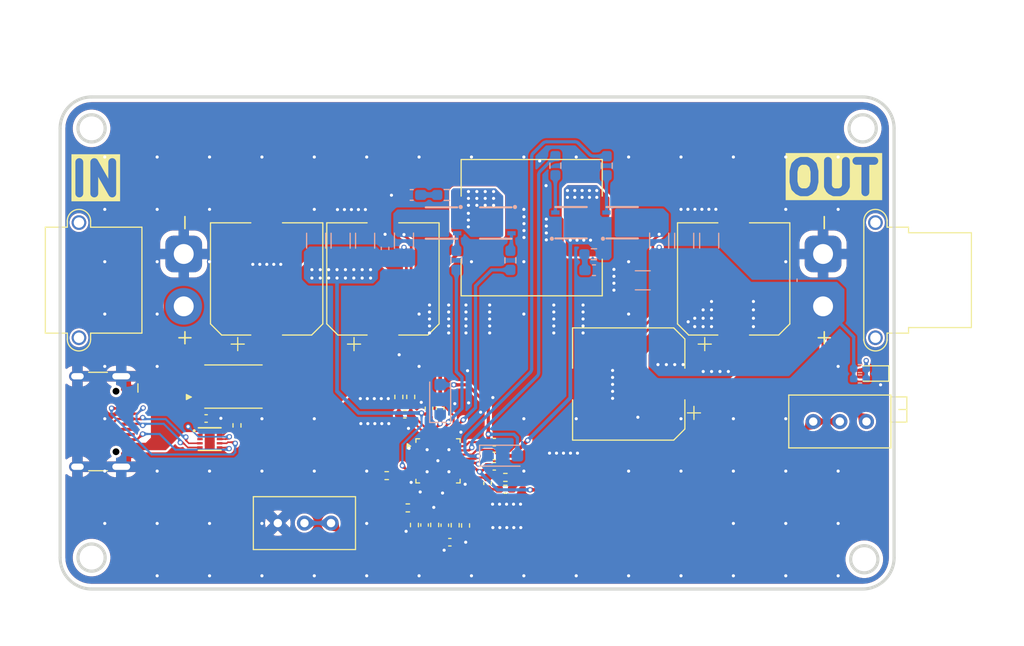
<source format=kicad_pcb>
(kicad_pcb (version 20241229) (generator "pcbnew") (generator_version "9.0")
  (layers (0 "F.Cu" signal) (2 "B.Cu" signal) (13 "F.Paste" user) (15 "B.Paste" user) (5 "F.SilkS" user "F.Silkscreen") (7 "B.SilkS" user "B.Silkscreen") (1 "F.Mask" user) (3 "B.Mask" user) (25 "Edge.Cuts" user))
  (net 0 "")
  (net 1 "GND")
  (net 2 "Net-(C1-Pad2)")
  (net 3 "Net-(C2-Pad2)")
  (net 4 "/SNS1_P")
  (net 5 "/SNS1_N")
  (net 6 "/SNS2_N")
  (net 7 "/SNS2_P")
  (net 8 "VIN")
  (net 9 "VOUT")
  (net 10 "/BT1")
  (net 11 "/SW1")
  (net 12 "VCC")
  (net 13 "/SW2")
  (net 14 "/BT2")
  (net 15 "/ILIM1")
  (net 16 "/ILIM2")
  (net 17 "Net-(C22-Pad2)")
  (net 18 "/VBUS")
  (net 19 "Net-(D1-A)")
  (net 20 "/D-")
  (net 21 "/CC1")
  (net 22 "/D+")
  (net 23 "/CC2")
  (net 26 "Net-(Q1-D)")
  (net 27 "Net-(Q1-G)")
  (net 28 "Net-(Q2-D)")
  (net 29 "Net-(Q2-G)")
  (net 30 "Net-(Q3-G)")
  (net 31 "Net-(Q4-G)")
  (net 32 "/HD1")
  (net 33 "/HD2")
  (net 34 "/LD1")
  (net 35 "/LD2")
  (net 36 "Net-(U1-DT)")
  (net 37 "/FREQ")
  (net 38 "Net-(R18-Pad1)")
  (net 39 "Net-(U1-COMP)")
  (net 40 "/FB")
  (net 41 "Net-(U2-CFG1)")
  (footprint "Potentiometer_THT:Potentiometer_Bourns_3296X_Horizontal" (layer "F.Cu") (at 171.8818 81.005 180)
    (property "Reference" "RV2" (hide yes))
    (property "Value" "50k" (hide yes))
  )
  (footprint "Capacitor_SMD:C_0402_1005Metric_Pad0.74x0.62mm_HandSolder" (layer "F.Cu") (at 137.1975 92.5322)
    (property "Reference" "C22" (hide yes))
    (property "Value" "15nF" (hide yes))
  )
  (footprint "Capacitor_SMD:C_0402_1005Metric_Pad0.74x0.62mm_HandSolder" (layer "F.Cu") (at 136.2744 79.736 90)
    (property "Reference" "C16" (hide yes))
    (property "Value" "100nF" (hide yes))
  )
  (footprint "Resistor_SMD:R_0402_1005Metric_Pad0.72x0.64mm_HandSolder" (layer "F.Cu") (at 133.1843 89.2556)
    (property "Reference" "R16" (hide yes))
    (property "Value" "NC" (hide yes))
  )
  (footprint "Resistor_SMD:R_0402_1005Metric_Pad0.72x0.64mm_HandSolder" (layer "F.Cu") (at 116.8799 81.3718 90)
    (property "Reference" "R21" (hide yes))
    (property "Value" "210k" (hide yes))
  )
  (footprint "kicad_api_lib:SB1045L" (layer "F.Cu") (at 116.5408 77.6634 180)
    (property "Reference" "D4" (hide yes))
    (property "Value" "SB1045L" (hide yes))
  )
  (footprint "Inductor_SMD:L_APV_APH1265" (layer "F.Cu") (at 145.0086 62.484)
    (property "Reference" "L1" (hide yes))
    (property "Value" "4.7uH" (hide yes))
  )
  (footprint "Capacitor_SMD:C_0402_1005Metric_Pad0.74x0.62mm_HandSolder" (layer "F.Cu") (at 136.7149 90.9066 90)
    (property "Reference" "C21" (hide yes))
    (property "Value" "10nF" (hide yes))
  )
  (footprint "Capacitor_SMD:CP_Elec_10x10.5" (layer "F.Cu") (at 154.2706 77.4192 180)
    (property "Reference" "C25" (hide yes))
    (property "Value" "220uF" (hide yes))
  )
  (footprint "Capacitor_SMD:CP_Elec_10x10.5" (layer "F.Cu") (at 119.7102 67.3825 90)
    (property "Reference" "C5" (hide yes))
    (property "Value" "220uF" (hide yes))
  )
  (footprint "Capacitor_SMD:C_0402_1005Metric_Pad0.74x0.62mm_HandSolder" (layer "F.Cu") (at 134.7845 90.8899 90)
    (property "Reference" "C19" (hide yes))
    (property "Value" "10nF" (hide yes))
  )
  (footprint "Capacitor_SMD:C_0402_1005Metric_Pad0.74x0.62mm_HandSolder" (layer "F.Cu") (at 141.4393 85.2819)
    (property "Reference" "C20" (hide yes))
    (property "Value" "1uF" (hide yes))
  )
  (footprint "Resistor_SMD:R_0402_1005Metric_Pad0.72x0.64mm_HandSolder" (layer "F.Cu") (at 133.4637 78.6525 -90)
    (property "Reference" "R4" (hide yes))
    (property "Value" "510R" (hide yes))
  )
  (footprint "Resistor_SMD:R_0402_1005Metric_Pad0.72x0.64mm_HandSolder" (layer "F.Cu") (at 135.7497 90.8812 90)
    (property "Reference" "R18" (hide yes))
    (property "Value" "12.1k" (hide yes))
  )
  (footprint "Resistor_SMD:R_0402_1005Metric_Pad0.72x0.64mm_HandSolder" (layer "F.Cu") (at 137.7055 90.9066 90)
    (property "Reference" "R19" (hide yes))
    (property "Value" "15k" (hide yes))
  )
  (footprint "Resistor_SMD:R_0402_1005Metric_Pad0.72x0.64mm_HandSolder" (layer "F.Cu") (at 142.4974 86.34 180)
    (property "Reference" "R5" (hide yes))
    (property "Value" "510R" (hide yes))
  )
  (footprint "Connector_USB:USB_C_Receptacle_HCTL_HC-TYPE-C-16P-01A" (layer "F.Cu") (at 102.7258 81 -90)
    (property "Reference" "J3" (hide yes))
    (property "Value" "USB_C_Receptacle_USB2.0_16P" (hide yes))
  )
  (footprint "Resistor_SMD:R_0402_1005Metric_Pad0.72x0.64mm_HandSolder" (layer "F.Cu") (at 133.8193 90.8899 90)
    (property "Reference" "R17" (hide yes))
    (property "Value" "12.1k" (hide yes))
  )
  (footprint "Capacitor_SMD:CP_Elec_10x10.5" (layer "F.Cu") (at 164.2872 67.3825 90)
    (property "Reference" "C10" (hide yes))
    (property "Value" "220uF" (hide yes))
  )
  (footprint "Resistor_SMD:R_0402_1005Metric_Pad0.72x0.64mm_HandSolder" (layer "F.Cu") (at 138.6961 90.932 90)
    (property "Reference" "R20" (hide yes))
    (property "Value" "1.74k" (hide yes))
  )
  (footprint "Capacitor_SMD:C_0402_1005Metric_Pad0.74x0.62mm_HandSolder" (layer "F.Cu") (at 113.9335 80.7114 180)
    (property "Reference" "C23" (hide yes))
    (property "Value" "1uF" (hide yes))
  )
  (footprint "Connector_AMASS:AMASS_XT30PW-F_1x02_P2.50mm_Horizontal" (layer "F.Cu") (at 172.8184 65 -90)
    (property "Reference" "J2" (hide yes))
    (property "Value" "XT30PW-F" (hide yes))
  )
  (footprint "Package_DFN_QFN:QFN-32-1EP_4x4mm_P0.4mm_EP2.65x2.65mm" (layer "F.Cu") (at 136.0682 84.7594)
    (property "Reference" "U1" (hide yes))
    (property "Value" "SC8703" (hide yes))
  )
  (footprint "Capacitor_SMD:CP_Elec_10x10.5" (layer "F.Cu") (at 130.81 67.3825 90)
    (property "Reference" "C24" (hide yes))
    (property "Value" "220uF" (hide yes))
  )
  (footprint "Capacitor_SMD:C_0402_1005Metric_Pad0.74x0.62mm_HandSolder" (layer "F.Cu") (at 141.4393 84.2913)
    (property "Reference" "C18" (hide yes))
    (property "Value" "100nF" (hide yes))
  )
  (footprint "Capacitor_SMD:C_0402_1005Metric_Pad0.74x0.62mm_HandSolder" (layer "F.Cu") (at 132.8962 80.3035)
    (property "Reference" "C3" (hide yes))
    (property "Value" "47pF" (hide yes))
  )
  (footprint "Resistor_SMD:R_0402_1005Metric_Pad0.72x0.64mm_HandSolder" (layer "F.Cu") (at 142.4974 87.475 180)
    (property "Reference" "R6" (hide yes))
    (property "Value" "510R" (hide yes))
  )
  (footprint "Zeruns:DFN-10_L2.0-W2.0-P0.40-BL-EP" (layer "F.Cu") (at 114.276 82.6798 -90)
    (property "Reference" "U2" (hide yes))
    (property "Value" "CH224Q" (hide yes))
  )
  (footprint "LED_SMD:LED_0603_1608Metric_Pad1.05x0.95mm_HandSolder" (layer "F.Cu") (at 177.4436 76.416 180)
    (property "Reference" "D1" (hide yes))
    (property "Value" "LED-RED" (hide yes))
  )
  (footprint "Potentiometer_THT:Potentiometer_Bourns_3296W_Vertical" (layer "F.Cu") (at 125.857 90.7034)
    (property "Reference" "RV1" (hide yes))
    (property "Value" "200k" (hide yes))
  )
  (footprint "Resistor_SMD:R_0402_1005Metric_Pad0.72x0.64mm_HandSolder" (layer "F.Cu") (at 131.169 86.1709)
    (property "Reference" "R15" (hide yes))
    (property "Value" "68k" (hide yes))
  )
  (footprint "Connector_AMASS:AMASS_XT30PW-M_1x02_P2.50mm_Horizontal" (layer "F.Cu") (at 111.7962 65 90)
    (property "Reference" "J1" (hide yes))
    (property "Value" "XT30PW-M" (hide yes))
  )
  (footprint "Capacitor_SMD:C_0402_1005Metric_Pad0.74x0.62mm_HandSolder" (layer "F.Cu") (at 135.2076 79.736 90)
    (property "Reference" "C15" (hide yes))
    (property "Value" "1uF" (hide yes))
  )
  (footprint "Resistor_SMD:R_0402_1005Metric_Pad0.72x0.64mm_HandSolder" (layer "F.Cu") (at 132.3287 78.6525 -90)
    (property "Reference" "R3" (hide yes))
    (property "Value" "510R" (hide yes))
  )
  (footprint "Capacitor_SMD:C_0402_1005Metric_Pad0.74x0.62mm_HandSolder" (layer "F.Cu") (at 141.4393 82.9705)
    (property "Reference" "C17" (hide yes))
    (property "Value" "1uF" (hide yes))
  )
  (footprint "Capacitor_SMD:C_0402_1005Metric_Pad0.74x0.62mm_HandSolder" (layer "F.Cu") (at 140.7956 86.9075 -90)
    (property "Reference" "C4" (hide yes))
    (property "Value" "47pF" (hide yes))
  )
  (footprint "Resistor_SMD:R_0603_1608Metric_Pad0.98x0.95mm_HandSolder" (layer "B.Cu") (at 152.1714 56.5658 90)
    (property "Reference" "R10" (hide yes))
    (property "Value" "0R" (hide yes))
  )
  (footprint "Capacitor_SMD:C_1206_3216Metric_Pad1.33x1.80mm_HandSolder" (layer "B.Cu") (at 129.1082 63.7286 90)
    (property "Reference" "C6" (hide yes))
    (property "Value" "10uF" (hide yes))
  )
  (footprint "Capacitor_SMD:C_0402_1005Metric_Pad0.74x0.62mm_HandSolder" (layer "B.Cu") (at 131.0132 64.4652 -90)
    (property "Reference" "C9" (hide yes))
    (property "Value" "100nF" (hide yes))
  )
  (footprint "Resistor_SMD:R_0603_1608Metric_Pad0.98x0.95mm_HandSolder" (layer "B.Cu") (at 147.2692 56.5658 90)
    (property "Reference" "R14" (hide yes))
    (property "Value" "0R" (hide yes))
  )
  (footprint "Capacitor_SMD:C_0402_1005Metric_Pad0.74x0.62mm_HandSolder" (layer "B.Cu") (at 169.9768 67.5 -90)
    (property "Reference" "C14" (hide yes))
    (property "Value" "100nF" (hide yes))
  )
  (footprint "Capacitor_SMD:C_0603_1608Metric_Pad1.08x0.95mm_HandSolder" (layer "B.Cu") (at 150.9522 66.548 180)
    (property "Reference" "C2" (hide yes))
    (property "Value" "NC" (hide yes))
  )
  (footprint "Capacitor_SMD:C_0603_1608Metric_Pad1.08x0.95mm_HandSolder" (layer "B.Cu") (at 133.5543 59.3598)
    (property "Reference" "C1" (hide yes))
    (property "Value" "NC" (hide yes))
  )
  (footprint "Diode_SMD:D_SOD-123F" (layer "B.Cu") (at 142.2434 84.2659)
    (property "Reference" "D3" (hide yes))
    (property "Value" "TPB2A100-123FL" (hide yes))
  )
  (footprint "Capacitor_SMD:C_1206_3216Metric_Pad1.33x1.80mm_HandSolder" (layer "B.Cu") (at 159.5628 63.7286 90)
    (property "Reference" "C13" (hide yes))
    (property "Value" "10uF" (hide yes))
  )
  (footprint "Zeruns:DFN-8_L3.0-W3.0-P0.65-BL-4" (layer "B.Cu") (at 141.5782 62.0424 -90)
    (property "Reference" "Q3" (hide yes))
    (property "Value" "XRS100N06LD" (hide yes))
  )
  (footprint "Resistor_SMD:R_1206_3216Metric_Pad1.30x1.75mm_HandSolder" (layer "B.Cu") (at 157.1752 63.7286 -90)
    (property "Reference" "R8" (hide yes))
    (property "Value" "5mR" (hide yes))
  )
  (footprint "Capacitor_SMD:C_1206_3216Metric_Pad1.33x1.80mm_HandSolder" (layer "B.Cu") (at 124.4346 63.7286 90)
    (property "Reference" "C8" (hide yes))
    (property "Value" "10uF" (hide yes))
  )
  (footprint "Resistor_SMD:R_0402_1005Metric_Pad0.72x0.64mm_HandSolder" (layer "B.Cu") (at 176.3401 75.946 180)
    (property "Reference" "R11" (hide yes))
    (property "Value" "12.1k" (hide yes))
  )
  (footprint "Capacitor_SMD:C_1206_3216Metric_Pad1.33x1.80mm_HandSolder" (layer "B.Cu") (at 161.9504 63.7286 90)
    (property "Reference" "C12" (hide yes))
    (property "Value" "10uF" (hide yes))
  )
  (footprint "Diode_SMD:D_SOD-123F" (layer "B.Cu") (at 136.2744 78.8811 90)
    (property "Reference" "D2" (hide yes))
    (property "Value" "TPB2A100-123FL" (hide yes))
  )
  (footprint "Resistor_SMD:R_0603_1608Metric_Pad0.98x0.95mm_HandSolder" (layer "B.Cu") (at 136.9041 59.3598)
    (property "Reference" "R1" (hide yes))
    (property "Value" "NC" (hide yes))
  )
  (footprint "Zeruns:DFN-8_L3.0-W3.0-P0.65-BL-4" (layer "B.Cu") (at 148.7664 62.012467 90)
    (property "Reference" "Q4" (hide yes))
    (property "Value" "XRS100N06LD" (hide yes))
  )
  (footprint "Resistor_SMD:R_0603_1608Metric_Pad0.98x0.95mm_HandSolder" (layer "B.Cu") (at 137.8204 65.6082 90)
    (property "Reference" "R9" (hide yes))
    (property "Value" "0R" (hide yes))
  )
  (footprint "Resistor_SMD:R_0603_1608Metric_Pad0.98x0.95mm_HandSolder" (layer "B.Cu") (at 142.9766 65.6082 90)
    (property "Reference" "R13" (hide yes))
    (property "Value" "0R" (hide yes))
  )
  (footprint "Resistor_SMD:R_0402_1005Metric_Pad0.72x0.64mm_HandSolder" (layer "B.Cu") (at 176.3401 76.9366 180)
    (property "Reference" "R12" (hide yes))
    (property "Value" "12.1k" (hide yes))
  )
  (footprint "Zeruns:DFN-8_L3.0-W3.0-P0.65-BL-4" (layer "B.Cu") (at 153.646 62.012467 90)
    (property "Reference" "Q2" (hide yes))
    (property "Value" "XRS100N06LD" (hide yes))
  )
  (footprint "Capacitor_SMD:C_1206_3216Metric_Pad1.33x1.80mm_HandSolder" (layer "B.Cu") (at 126.7714 63.7286 90)
    (property "Reference" "C7" (hide yes))
    (property "Value" "10uF" (hide yes))
  )
  (footprint "Resistor_SMD:R_0603_1608Metric_Pad0.98x0.95mm_HandSolder" (layer "B.Cu") (at 150.9522 65.024)
    (property "Reference" "R2" (hide yes))
    (property "Value" "NC" (hide yes))
  )
  (footprint "Resistor_SMD:R_1206_3216Metric_Pad1.30x1.75mm_HandSolder" (layer "B.Cu") (at 132.8166 63.7286 90)
    (property "Reference" "R7" (hide yes))
    (property "Value" "5mR" (hide yes))
  )
  (footprint "Zeruns:DFN-8_L3.0-W3.0-P0.65-BL-4" (layer "B.Cu") (at 136.3966 62.0424 -90)
    (property "Reference" "Q1" (hide yes))
    (property "Value" "XRS100N06LD" (hide yes))
  )
  (footprint "Capacitor_SMD:C_1206_3216Metric_Pad1.33x1.80mm_HandSolder" (layer "B.Cu") (at 155.6127 67.5132 180)
    (property "Reference" "C11" (hide yes))
    (property "Value" "10uF" (hide yes))
  )
  (gr_line (start 100 94) (end 100 53) (stroke (width 0.3)) (layer "Edge.Cuts"))
  (gr_line (start 179.6 53) (end 179.6 94) (stroke (width 0.3)) (layer "Edge.Cuts"))
  (gr_arc (start 179.6 94) (mid 178.72132 96.12132) (end 176.6 97) (stroke (width 0.3)) (layer "Edge.Cuts"))
  (gr_arc (start 100 53) (mid 100.87868 50.87868) (end 103 50) (stroke (width 0.3)) (layer "Edge.Cuts"))
  (gr_arc (start 176.6 50) (mid 178.72132 50.87868) (end 179.6 53) (stroke (width 0.3)) (layer "Edge.Cuts"))
  (gr_circle (center 176.6 53) (end 177.9 53) (stroke (width 0.3)) (fill no) (layer "Edge.Cuts"))
  (gr_circle (center 103 53) (end 104.3 53) (stroke (width 0.3)) (fill no) (layer "Edge.Cuts"))
  (gr_line (start 176.6 97) (end 103 97) (stroke (width 0.3)) (layer "Edge.Cuts"))
  (gr_circle (center 176.754 94.1578) (end 178.054 94.1578) (stroke (width 0.3)) (fill no) (layer "Edge.Cuts"))
  (gr_line (start 103 50) (end 176.6 50) (stroke (width 0.3)) (layer "Edge.Cuts"))
  (gr_circle (center 103 94) (end 104.3 94) (stroke (width 0.3)) (fill no) (layer "Edge.Cuts"))
  (gr_arc (start 103 97) (mid 100.87868 96.12132) (end 100 94) (stroke (width 0.3)) (layer "Edge.Cuts"))
  (gr_text "IN" (at 100.457 59.6392 0) (layer "F.SilkS" knockout) (effects (font (size 3 3) (thickness 1) (bold yes)) (justify left bottom)))
  (gr_text "OUT" (at 168.9354 59.5122 0) (layer "F.SilkS" knockout) (effects (font (size 3 3) (thickness 0.75) (bold yes)) (justify left bottom)))
  (segment (start 135.0682 83.7594) (end 136.0555 84.7467) (width 0.2) (layer "F.Cu") (net 1))
  (segment (start 134.6682 86.7094) (end 134.6682 87.4294) (width 0.2) (layer "F.Cu") (net 1))
  (segment (start 106.4708 77.8) (end 106.4708 77.32) (width 0.6) (layer "F.Cu") (net 1))
  (segment (start 106.4708 84.68) (end 105.8308 85.32) (width 0.6) (layer "F.Cu") (net 1))
  (segment (start 106.4708 84.2) (end 106.4708 84.68) (width 0.6) (layer "F.Cu") (net 1))
  (segment (start 134.1182 83.3594) (end 134.1182 83.7594) (width 0.2) (layer "F.Cu") (net 1))
  (segment (start 134.1182 83.7594) (end 135.0682 83.7594) (width 0.2) (layer "F.Cu") (net 1))
  (segment (start 137.4682 82.8094) (end 137.4682 82.445) (width 0.2) (layer "F.Cu") (net 1))
  (segment (start 137.4682 82.445) (end 137.4902 82.423) (width 0.2) (layer "F.Cu") (net 1))
  (segment (start 105.8926 85.2678) (end 105.883 85.2678) (width 0.6) (layer "F.Cu") (net 1))
  (segment (start 136.7149 92.4473) (end 136.63 92.5322) (width 0.3) (layer "F.Cu") (net 1))
  (segment (start 105.8926 84.7782) (end 105.8926 85.2678) (width 0.6) (layer "F.Cu") (net 1))
  (segment (start 136.6682 86.7094) (end 136.6682 85.3594) (width 0.2) (layer "F.Cu") (net 1))
  (segment (start 106.4708 77.8) (end 105.8164 77.1456) (width 0.6) (layer "F.Cu") (net 1))
  (segment (start 136.0555 84.7467) (end 136.0682 84.7594) (width 0.2) (layer "F.Cu") (net 1))
  (segment (start 105.8164 76.6944) (end 105.8308 76.68) (width 0.6) (layer "F.Cu") (net 1))
  (segment (start 136.6682 85.3594) (end 136.0682 84.7594) (width 0.2) (layer "F.Cu") (net 1))
  (segment (start 105.883 85.2678) (end 105.8308 85.32) (width 0.6) (layer "F.Cu") (net 1))
  (segment (start 136.6682 86.7094) (end 136.6682 87.6646) (width 0.2) (layer "F.Cu") (net 1))
  (segment (start 136.7149 91.4741) (end 136.7149 92.4473) (width 0.3) (layer "F.Cu") (net 1))
  (segment (start 134.6682 87.4294) (end 134.366 87.7316) (width 0.2) (layer "F.Cu") (net 1))
  (segment (start 106.4708 84.2) (end 105.8926 84.7782) (width 0.6) (layer "F.Cu") (net 1))
  (segment (start 105.8164 77.1456) (end 105.8164 76.6944) (width 0.6) (layer "F.Cu") (net 1))
  (segment (start 137.4902 82.423) (end 137.8966 82.0166) (width 0.2) (layer "F.Cu") (net 1))
  (segment (start 137.8966 82.0166) (end 138.2522 82.0166) (width 0.2) (layer "F.Cu") (net 1))
  (segment (start 136.6682 87.6646) (end 136.4996 87.8332) (width 0.2) (layer "F.Cu") (net 1))
  (segment (start 106.4708 77.32) (end 105.8308 76.68) (width 0.6) (layer "F.Cu") (net 1))
  (via (at 143.9672 91.1352) (size 0.5) (drill 0.3) (layers "F.Cu" "B.Cu") (net 1))
  (via (at 137.1092 85.8012) (size 0.5) (drill 0.3) (layers "F.Cu" "B.Cu") (net 1))
  (via (at 149.9108 69.8754) (size 0.5) (drill 0.3) (layers "F.Cu" "B.Cu") (net 1))
  (via (at 114.2594 85.738) (size 0.5) (drill 0.3) (layers "F.Cu" "B.Cu") (net 1))
  (via (at 137.0838 71.2089) (size 0.5) (drill 0.3) (layers "F.Cu" "B.Cu") (net 1))
  (via (at 137.0838 72.5424) (size 0.5) (drill 0.3) (layers "F.Cu" "B.Cu") (net 1))
  (via (at 131.3688 81.2038) (size 0.5) (drill 0.3) (layers "F.Cu" "B.Cu") (net 1))
  (via (at 136.652 93.2942) (size 0.5) (drill 0.3) (layers "F.Cu" "B.Cu") (net 1))
  (via (at 174.2594 90.738) (size 0.5) (drill 0.3) (layers "F.Cu" "B.Cu") (net 1))
  (via (at 119.2594 55.738) (size 0.5) (drill 0.3) (layers "F.Cu" "B.Cu") (net 1))
  (via (at 139.2594 55.738) (size 0.5) (drill 0.3) (layers "F.Cu" "B.Cu") (net 1))
  (via (at 104.2594 55.738) (size 0.5) (drill 0.3) (layers "F.Cu" "B.Cu") (net 1))
  (via (at 136.4996 87.8332) (size 0.5) (drill 0.3) (layers "F.Cu" "B.Cu") (net 1))
  (via (at 128.651 78.8162) (size 0.5) (drill 0.3) (layers "F.Cu" "B.Cu") (net 1))
  (via (at 149.9108 71.2089) (size 0.5) (drill 0.3) (layers "F.Cu" "B.Cu") (net 1))
  (via (at 174.2594 95.738) (size 0.5) (drill 0.3) (layers "F.Cu" "B.Cu") (net 1))
  (via (at 104.2594 85.738) (size 0.5) (drill 0.3) (layers "F.Cu" "B.Cu") (net 1))
  (via (at 146.4056 62.3316) (size 0.5) (drill 0.3) (layers "F.Cu" "B.Cu") (net 1))
  (via (at 169.2594 90.738) (size 0.5) (drill 0.3) (layers "F.Cu" "B.Cu") (net 1))
  (via (at 140.1318 80.1116) (size 0.5) (drill 0.3) (layers "F.Cu" "B.Cu") (net 1))
  (via (at 144.2594 95.738) (size 0.5) (drill 0.3) (layers "F.Cu" "B.Cu") (net 1))
  (via (at 138.7348 69.8754) (size 0.5) (drill 0.3) (layers "F.Cu" "B.Cu") (net 1))
  (via (at 141.3002 78.7146) (size 0.5) (drill 0.3) (layers "F.Cu" "B.Cu") (net 1))
  (via (at 129.36855 81.2038) (size 0.5) (drill 0.3) (layers "F.Cu" "B.Cu") (net 1))
  (via (at 152.7302 78.12405) (size 0.5) (drill 0.3) (layers "F.Cu" "B.Cu") (net 1))
  (via (at 127.13335 60.7568) (size 0.5) (drill 0.3) (layers "F.Cu" "B.Cu") (net 1))
  (via (at 135.255 71.87565) (size 0.5) (drill 0.3) (layers "F.Cu" "B.Cu") (net 1))
  (via (at 164.2594 95.738) (size 0.5) (drill 0.3) (layers "F.Cu" "B.Cu") (net 1))
  (via (at 147.37715 84.0232) (size 0.5) (drill 0.3) (layers "F.Cu" "B.Cu") (net 1))
  (via (at 159.2594 95.738) (size 0.5) (drill 0.3) (layers "F.Cu" "B.Cu") (net 1))
  (via (at 147.1168 71.87565) (size 0.5) (drill 0.3) (layers "F.Cu" "B.Cu") (net 1))
  (via (at 139.2594 65.738) (size 0.5) (drill 0.3) (layers "F.Cu" "B.Cu") (net 1))
  (via (at 138.7348 71.2089) (size 0.5) (drill 0.3) (layers "F.Cu" "B.Cu") (net 1))
  (via (at 144.2594 80.738) (size 0.5) (drill 0.3) (layers "F.Cu" "B.Cu") (net 1))
  (via (at 147.1168 72.5424) (size 0.5) (drill 0.3) (layers "F.Cu" "B.Cu") (net 1))
  (via (at 138.7348 70.54215) (size 0.5) (drill 0.3) (layers "F.Cu" "B.Cu") (net 1))
  (via (at 126.4666 60.7568) (size 0.5) (drill 0.3) (layers "F.Cu" "B.Cu") (net 1))
  (via (at 114.2594 95.738) (size 0.5) (drill 0.3) (layers "F.Cu" "B.Cu") (net 1))
  (via (at 127.8001 60.7568) (size 0.5) (drill 0.3) (layers "F.Cu" "B.Cu") (net 1))
  (via (at 159.2594 80.738) (size 0.5) (drill 0.3) (layers "F.Cu" "B.Cu") (net 1))
  (via (at 109.2594 60.738) (size 0.5) (drill 0.3) (layers "F.Cu" "B.Cu") (net 1))
  (via (at 109.2594 95.738) (size 0.5) (drill 0.3) (layers "F.Cu" "B.Cu") (net 1))
  (via (at 109.2594 55.738) (size 0.5) (drill 0.3) (layers "F.Cu" "B.Cu") (net 1))
  (via (at 152.8572 66.4718) (size 0.5) (drill 0.3) (layers "F.Cu" "B.Cu") (net 1))
  (via (at 141.3002 91.1352) (size 0.5) (drill 0.3) (layers "F.Cu" "B.Cu") (net 1))
  (via (at 144.272 63.4238) (size 0.5) (drill 0.3) (layers "F.Cu" "B.Cu") (net 1))
  (via (at 109.2594 90.738) (size 0.5) (drill 0.3) (layers "F.Cu" "B.Cu") (net 1))
  (via (at 119.05615 65.9892) (size 0.5) (drill 0.3) (layers "F.Cu" "B.Cu") (net 1))
  (via (at 154.2594 70.738) (size 0.5) (drill 0.3) (layers "F.Cu" "B.Cu") (net 1))
  (via (at 109.2594 65.738) (size 0.5) (drill 0.3) (layers "F.Cu" "B.Cu") (net 1))
  (via (at 140.9954 71.87565) (size 0.5) (drill 0.3) (layers "F.Cu" "B.Cu") (net 1))
  (via (at 142.6083 88.9) (size 0.5) (drill 0.3) (layers "F.Cu" "B.Cu") (net 1))
  (via (at 129.9845 78.8162) (size 0.5) (drill 0.3) (layers "F.Cu" "B.Cu") (net 1))
  (via (at 144.2594 85.738) (size 0.5) (drill 0.3) (layers "F.Cu" "B.Cu") (net 1))
  (via (at 169.2594 55.738) (size 0.5) (drill 0.3) (layers "F.Cu" "B.Cu") (net 1))
  (via (at 139.2594 95.738) (size 0.5) (drill 0.3) (layers "F.Cu" "B.Cu") (net 1))
  (via (at 130.0353 81.2038) (size 0.5) (drill 0.3) (layers "F.Cu" "B.Cu") (net 1))
  (via (at 174.2594 85.738) (size 0.5) (drill 0.3) (layers "F.Cu" "B.Cu") (net 1))
  (via (at 138.6586 86.995) (size 0.5) (drill 0.3) (layers "F.Cu" "B.Cu") (net 1))
  (via (at 104.2594 90.738) (size 0.5) (drill 0.3) (layers "F.Cu" "B.Cu") (net 1))
  (via (at 135.255 71.2089) (size 0.5) (drill 0.3) (layers "F.Cu" "B.Cu") (net 1))
  (via (at 128.46685 60.7568) (size 0.5) (drill 0.3) (layers "F.Cu" "B.Cu") (net 1))
  (via (at 148.71065 84.0232) (size 0.5) (drill 0.3) (layers "F.Cu" "B.Cu") (net 1))
  (via (at 137.0838 71.87565) (size 0.5) (drill 0.3) (layers "F.Cu" "B.Cu") (net 1))
  (via (at 154.2594 65.738) (size 0.5) (drill 0.3) (layers "F.Cu" "B.Cu") (net 1))
  (via (at 135.255 69.8754) (size 0.5) (drill 0.3) (layers "F.Cu" "B.Cu") (net 1))
  (via (at 124.2594 85.738) (size 0.5) (drill 0.3) (layers "F.Cu" "B.Cu") (net 1))
  (via (at 133.2484 81.661) (size 0.5) (drill 0.3) (layers "F.Cu" "B.Cu") (net 1))
  (via (at 114.2594 55.738) (size 0.5) (drill 0.3) (layers "F.Cu" "B.Cu") (net 1))
  (via (at 109.2594 75.738) (size 0.5) (drill 0.3) (layers "F.Cu" "B.Cu") (net 1))
  (via (at 146.4056 63.6524) (size 0.5) (drill 0.3) (layers "F.Cu" "B.Cu") (net 1))
  (via (at 129.2594 95.738) (size 0.5) (drill 0.3) (layers "F.Cu" "B.Cu") (net 1))
  (via (at 119.7229 65.9892) (size 0.5) (drill 0.3) (layers "F.Cu" "B.Cu") (net 1))
  (via (at 133.0198 91.4908) (size 0.5) (drill 0.3) (layers "F.Cu" "B.Cu") (net 1))
  (via (at 149.9108 71.87565) (size 0.5) (drill 0.3) (layers "F.Cu" "B.Cu") (net 1))
  (via (at 152.7302 76.79055) (size 0.5) (drill 0.3) (layers "F.Cu" "B.Cu") (net 1))
  (via (at 138.2522 82.0166) (size 0.5) (drill 0.3) (layers "F.Cu" "B.Cu") (net 1))
  (via (at 144.2594 70.738) (size 0.5) (drill 0.3) (layers "F.Cu" "B.Cu") (net 1))
  (via (at 155.1432 80.5942) (size 0.5) (drill 0.3) (layers "F.Cu" "B.Cu") (net 1))
  (via (at 135.0264 85.8012) (size 0.5) (drill 0.3) (layers "F.Cu" "B.Cu") (net 1))
  (via (at 149.2594 80.738) (size 0.5) (drill 0.3) (layers "F.Cu" "B.Cu") (net 1))
  (via (at 146.4056 62.992) (size 0.5) (drill 0.3) (layers "F.Cu" "B.Cu") (net 1))
  (via (at 121.0564 65.9892) (size 0.5) (drill 0.3) (layers "F.Cu" "B.Cu") (net 1))
  (via (at 135.0264 83.693) (size 0.5) (drill 0.3) (layers "F.Cu" "B.Cu") (net 1))
  (via (at 159.2594 60.738) (size 0.5) (drill 0.3) (layers "F.Cu" "B.Cu") (net 1))
  (via (at 152.8572 67.7926) (size 0.5) (drill 0.3) (layers "F.Cu" "B.Cu") (net 1))
  (via (at 114.2594 60.738) (size 0.5) (drill 0.3) (layers "F.Cu" "B.Cu") (net 1))
  (via (at 169.2594 65.738) (size 0.5) (drill 0.3) (layers "F.Cu" "B.Cu") (net 1))
  (via (at 115.3414 80.6958) (size 0.5) (drill 0.3) (layers "F.Cu" "B.Cu") (net 1))
  (via (at 141.96695 91.1352) (size 0.5) (drill 0.3) (layers "F.Cu" "B.Cu") (net 1))
  (via (at 129.1336 60.7568) (size 0.5) (drill 0.3) (layers "F.Cu" "B.Cu") (net 1))
  (via (at 159.2594 55.738) (size 0.5) (drill 0.3) (layers "F.Cu" "B.Cu") (net 1))
  (via (at 154.2594 95.738) (size 0.5) (drill 0.3) (layers "F.Cu" "B.Cu") (net 1))
  (via (at 134.2594 95.738) (size 0.5) (drill 0.3) (layers "F.Cu" "B.Cu") (net 1))
  (via (at 178.308 77.4954) (size 0.5) (drill 0.3) (layers "F.Cu" "B.Cu") (net 1))
  (via (at 143.27505 88.9) (size 0.5) (drill 0.3) (layers "F.Cu" "B.Cu") (net 1))
  (via (at 141.2748 88.9) (size 0.5) (drill 0.3) (layers "F.Cu" "B.Cu") (net 1))
  (via (at 152.7302 78.7908) (size 0.5) (drill 0.3) (layers "F.Cu" "B.Cu") (net 1))
  (via (at 131.0132 63.119) (size 0.5) (drill 0.3) (layers "F.Cu" "B.Cu") (net 1))
  (via (at 145.7706 56.1086) (size 0.5) (drill 0.3) (layers "F.Cu" "B.Cu") (net 1))
  (via (at 149.2594 95.738) (size 0.5) (drill 0.3) (layers "F.Cu" "B.Cu") (net 1))
  (via (at 152.7302 77.4573) (size 0.5) (drill 0.3) (layers "F.Cu" "B.Cu") (net 1))
  (via (at 164.2594 85.738) (size 0.5) (drill 0.3) (layers "F.Cu" "B.Cu") (net 1))
  (via (at 140.9954 69.8754) (size 0.5) (drill 0.3) (layers "F.Cu" "B.Cu") (net 1))
  (via (at 161.2519 60.7314) (size 0.5) (drill 0.3) (layers "F.Cu" "B.Cu") (net 1))
  (via (at 149.9108 70.54215) (size 0.5) (drill 0.3) (layers "F.Cu" "B.Cu") (net 1))
  (via (at 144.2594 65.738) (size 0.5) (drill 0.3) (layers "F.Cu" "B.Cu") (net 1))
  (via (at 137.0838 70.54215) (size 0.5) (drill 0.3) (layers "F.Cu" "B.Cu") (net 1))
  (via (at 169.2594 85.738) (size 0.5) (drill 0.3) (layers "F.Cu" "B.Cu") (net 1))
  (via (at 137.1092 83.693) (size 0.5) (drill 0.3) (layers "F.Cu" "B.Cu") (net 1))
  (via (at 129.2594 90.738) (size 0.5) (drill 0.3) (layers "F.Cu" "B.Cu") (net 1))
  (via (at 174.2594 75.738) (size 0.5) (drill 0.3) (layers "F.Cu" "B.Cu") (net 1))
  (via (at 124.2594 80.738) (size 0.5) (drill 0.3) (layers "F.Cu" "B.Cu") (net 1))
  (via (at 159.2594 85.738) (size 0.5) (drill 0.3) (layers "F.Cu" "B.Cu") (net 1))
  (via (at 161.91865 60.7314) (size 0.5) (drill 0.3) (layers "F.Cu" "B.Cu") (net 1))
  (via (at 174.2594 55.738) (size 0.5) (drill 0.3) (layers "F.Cu" "B.Cu") (net 1))
  (via (at 152.7302 76.1238) (size 0.5) (drill 0.3) (layers "F.Cu" "B.Cu") (net 1))
  (via (at 140.9954 72.5424) (size 0.5) (drill 0.3) (layers "F.Cu" "B.Cu") (net 1))
  (via (at 130.70205 81.2038) (size 0.5) (drill 0.3) (layers "F.Cu" "B.Cu") (net 1))
  (via (at 138.7348 72.5424) (size 0.5) (drill 0.3) (layers "F.Cu" "B.Cu") (net 1))
  (via (at 104.2594 70.738) (size 0.5) (drill 0.3) (layers "F.Cu" "B.Cu") (net 1))
  (via (at 129.2594 55.738) (size 0.5) (drill 0.3) (layers "F.Cu" "B.Cu") (net 1))
  (via (at 146.3802 58.4708) (size 0.5) (drill 0.3) (layers "F.Cu" "B.Cu") (net 1))
  (via (at 144.272 62.103) (size 0.5) (drill 0.3) (layers "F.Cu" "B.Cu") (net 1))
  (via (at 134.2594 70.738) (size 0.5) (drill 0.3) (layers "F.Cu" "B.Cu") (net 1))
  (via (at 148.0439 84.0232) (size 0.5) (drill 0.3) (layers "F.Cu" "B.Cu") (net 1))
  (via (at 140.9954 71.2089) (size 0.5) (drill 0.3) (layers "F.Cu" "B.Cu") (net 1))
  (via (at 129.2594 85.738) (size 0.5) (drill 0.3) (layers "F.Cu" "B.Cu") (net 1))
  (via (at 160.58515 60.7314) (size 0.5) (drill 0.3) (layers "F.Cu" "B.Cu") (net 1))
  (via (at 152.8572 67.1322) (size 0.5) (drill 0.3) (layers "F.Cu" "B.Cu") (net 1))
  (via (at 130.65125 78.8162) (size 0.5) (drill 0.3) (layers "F.Cu" "B.Cu") (net 1))
  (via (at 124.2594 60.738) (size 0.5) (drill 0.3) (layers "F.Cu" "B.Cu") (net 1))
  (via (at 138.8872 76.1492) (size 0.5) (drill 0.3) (layers "F.Cu" "B.Cu") (net 1))
  (via (at 143.30045 91.1352) (size 0.5) (drill 0.3) (layers "F.Cu" "B.Cu") (net 1))
  (via (at 164.2594 80.738) (size 0.5) (drill 0.3) (layers "F.Cu" "B.Cu") (net 1))
  (via (at 114.2594 90.738) (size 0.5) (drill 0.3) (layers "F.Cu" "B.Cu") (net 1))
  (via (at 104.2594 65.738) (size 0.5) (drill 0.3) (layers "F.Cu" "B.Cu") (net 1))
  (via (at 147.1168 71.2089) (size 0.5) (drill 0.3) (layers "F.Cu" "B.Cu") (net 1))
  (via (at 128.7018 81.2038) (size 0.5) (drill 0.3) (layers "F.Cu" "B.Cu") (net 1))
  (via (at 149.2594 55.738) (size 0.5) (drill 0.3) (layers "F.Cu" "B.Cu") (net 1))
  (via (at 143.9418 88.9) (size 0.5) (drill 0.3) (layers "F.Cu" "B.Cu") (net 1))
  (via (at 120.38965 65.9892) (size 0.5) (drill 0.3) (layers "F.Cu" "B.Cu") (net 1))
  (via (at 174.2594 60.738) (size 0.5) (drill 0.3) (layers "F.Cu" "B.Cu") (net 1))
  (via (at 149.3774 84.0232) (size 0.5) (drill 0.3) (layers "F.Cu" "B.Cu") (net 1))
  (via (at 147.1168 70.54215) (size 0.5) (drill 0.3) (layers "F.Cu" "B.Cu") (net 1))
  (via (at 118.3894 65.9892) (size 0.5) (drill 0.3) (layers "F.Cu" "B.Cu") (net 1))
  (via (at 137.0838 69.8754) (size 0.5) (drill 0.3) (layers "F.Cu" "B.Cu") (net 1))
  (via (at 135.255 72.5424) (size 0.5) (drill 0.3) (layers "F.Cu" "B.Cu") (net 1))
  (via (at 159.9184 60.7314) (size 0.5) (drill 0.3) (layers "F.Cu" "B.Cu") (net 1))
  (via (at 131.6228 59.3852) (size 0.5) (drill 0.3) (layers "F.Cu" "B.Cu") (net 1))
  (via (at 140.9954 70.54215) (size 0.5) (drill 0.3) (layers "F.Cu" "B.Cu") (net 1))
  (via (at 104.2594 60.738) (size 0.5) (drill 0.3) (layers "F.Cu" "B.Cu") (net 1))
  (via (at 138.7348 71.87565) (size 0.5) (drill 0.3) (layers "F.Cu" "B.Cu") (net 1))
  (via (at 134.2594 55.738) (size 0.5) (drill 0.3) (layers "F.Cu" "B.Cu") (net 1))
  (via (at 147.1168 69.8754) (size 0.5) (drill 0.3) (layers "F.Cu" "B.Cu") (net 1))
  (via (at 133.5024 86.8172) (size 0.5) (drill 0.3) (layers "F.Cu" "B.Cu") (net 1))
  (via (at 104.2594 75.738) (size 0.5) (drill 0.3) (layers "F.Cu" "B.Cu") (net 1))
  (via (at 132.3594 74.6252) (size 0.5) (drill 0.3) (layers "F.Cu" "B.Cu") (net 1))
  (via (at 144.2594 60.738) (size 0.5) (drill 0.3) (layers "F.Cu" "B.Cu") (net 1))
  (via (at 144.272 62.7634) (size 0.5) (drill 0.3) (layers "F.Cu" "B.Cu") (net 1))
  (via (at 109.2594 85.738) (size 0.5) (drill 0.3) (layers "F.Cu" "B.Cu") (net 1))
  (via (at 154.2594 85.738) (size 0.5) (drill 0.3) (layers "F.Cu" "B.Cu") (net 1))
  (via (at 104.2594 80.738) (size 0.5) (drill 0.3) (layers "F.Cu" "B.Cu") (net 1))
  (via (at 135.6614 89.2048) (size 0.5) (drill 0.3) (layers "F.Cu" "B.Cu") (net 1))
  (via (at 131.318 78.8162) (size 0.5) (drill 0.3) (layers "F.Cu" "B.Cu") (net 1))
  (via (at 109.2594 70.738) (size 0.5) (drill 0.3) (layers "F.Cu" "B.Cu") (net 1))
  (via (at 138.9888 79.2226) (size 0.5) (drill 0.3) (layers "F.Cu" "B.Cu") (net 1))
  (via (at 144.2594 55.738) (size 0.5) (drill 0.3) (layers "F.Cu" "B.Cu") (net 1))
  (via (at 136.0555 84.7467) (size 0.5) (drill 0.3) (layers "F.Cu" "B.Cu") (net 1))
  (via (at 141.94155 88.9) (size 0.5) (drill 0.3) (layers "F.Cu" "B.Cu") (net 1))
  (via (at 119.2594 95.738) (size 0.5) (drill 0.3) (layers "F.Cu" "B.Cu") (net 1))
  (via (at 119.2594 80.738) (size 0.5) (drill 0.3) (layers "F.Cu" "B.Cu") (net 1))
  (via (at 154.2594 55.738) (size 0.5) (drill 0.3) (layers "F.Cu" "B.Cu") (net 1))
  (via (at 164.2594 90.738) (size 0.5) (drill 0.3) (layers "F.Cu" "B.Cu") (net 1))
  (via (at 164.2594 55.738) (size 0.5) (drill 0.3) (layers "F.Cu" "B.Cu") (net 1))
  (via (at 129.31775 78.8162) (size 0.5) (drill 0.3) (layers "F.Cu" "B.Cu") (net 1))
  (via (at 137.668 79.2988) (size 0.5) (drill 0.3) (layers "F.Cu" "B.Cu") (net 1))
  (via (at 169.2594 60.738) (size 0.5) (drill 0.3) (layers "F.Cu" "B.Cu") (net 1))
  (via (at 146.7104 84.0232) (size 0.5) (drill 0.3) (layers "F.Cu" "B.Cu") (net 1))
  (via (at 135.255 70.54215) (size 0.5) (drill 0.3) (layers "F.Cu" "B.Cu") (net 1))
  (via (at 169.2594 95.738) (size 0.5) (drill 0.3) (layers "F.Cu" "B.Cu") (net 1))
  (via (at 169.2594 80.738) (size 0.5) (drill 0.3) (layers "F.Cu" "B.Cu") (net 1))
  (via (at 114.2594 65.738) (size 0.5) (drill 0.3) (layers "F.Cu" "B.Cu") (net 1))
  (via (at 134.366 87.7316) (size 0.5) (drill 0.3) (layers "F.Cu" "B.Cu") (net 1))
  (via (at 124.2594 55.738) (size 0.5) (drill 0.3) (layers "F.Cu" "B.Cu") (net 1))
  (via (at 152.8572 68.453) (size 0.5) (drill 0.3) (layers "F.Cu" "B.Cu") (net 1))
  (via (at 134.4676 79.1718) (size 0.5) (drill 0.3) (layers "F.Cu" "B.Cu") (net 1))
  (via (at 144.272 61.4426) (size 0.5) (drill 0.3) (layers "F.Cu" "B.Cu") (net 1))
  (via (at 162.5854 60.7314) (size 0.5) (drill 0.3) (layers "F.Cu" "B.Cu") (net 1))
  (via (at 119.2594 85.738) (size 0.5) (drill 0.3) (layers "F.Cu" "B.Cu") (net 1))
  (via (at 149.9108 72.5424) (size 0.5) (drill 0.3) (layers "F.Cu" "B.Cu") (net 1))
  (via (at 133.2992 83.566) (size 0.5) (drill 0.3) (layers "F.Cu" "B.Cu") (net 1))
  (via (at 134.2594 75.738) (size 0.5) (drill 0.3) (layers "F.Cu" "B.Cu") (net 1))
  (via (at 119.2594 90.738) (size 0.5) (drill 0.3) (layers "F.Cu" "B.Cu") (net 1))
  (via (at 142.6337 91.1352) (size 0.5) (drill 0.3) (layers "F.Cu" "B.Cu") (net 1))
  (via (at 138.7094 92.5322) (size 0.5) (drill 0.3) (layers "F.Cu" "B.Cu") (net 1))
  (via (at 124.2594 95.738) (size 0.5) (drill 0.3) (layers "F.Cu" "B.Cu") (net 1))
  (via (at 146.4056 61.6712) (size 0.5) (drill 0.3) (layers "F.Cu" "B.Cu") (net 1))
  (segment (start 135.9916 59.3598) (end 134.4168 59.3598) (width 0.5) (layer "B.Cu") (net 2))
  (segment (start 150.0897 65.074) (end 150.0397 65.024) (width 0.5) (layer "B.Cu") (net 3))
  (segment (start 150.0897 66.548) (end 150.0897 65.074) (width 0.5) (layer "B.Cu") (net 3))
  (segment (start 134.6682 82.8094) (end 134.6682 82.014) (width 0.2) (layer "F.Cu") (net 4))
  (segment (start 133.7056 81.0514) (end 133.0766 81.0514) (width 0.2) (layer "F.Cu") (net 4))
  (segment (start 132.3287 79.25) (end 132.3287 80.3035) (width 0.254) (layer "F.Cu") (net 4))
  (segment (start 133.0766 81.0514) (end 132.3287 80.3035) (width 0.2) (layer "F.Cu") (net 4))
  (segment (start 134.6682 82.014) (end 133.7056 81.0514) (width 0.2) (layer "F.Cu") (net 4))
  (segment (start 133.5673 80.3035) (end 133.4637 80.3035) (width 0.2) (layer "F.Cu") (net 5))
  (segment (start 133.4637 79.25) (end 133.4637 80.3035) (width 0.254) (layer "F.Cu") (net 5))
  (segment (start 135.0682 82.8094) (end 135.0682 81.8044) (width 0.2) (layer "F.Cu") (net 5))
  (segment (start 135.0682 81.8044) (end 133.5673 80.3035) (width 0.2) (layer "F.Cu") (net 5))
  (segment (start 140.7956 87.475) (end 141.8999 87.475) (width 0.2) (layer "F.Cu") (net 6))
  (segment (start 138.0182 86.1594) (end 138.7374 86.1594) (width 0.2) (layer "F.Cu") (net 6))
  (segment (start 138.7374 86.1594) (end 140.053 87.475) (width 0.2) (layer "F.Cu") (net 6))
  (segment (start 140.053 87.475) (end 140.7956 87.475) (width 0.2) (layer "F.Cu") (net 6))
  (segment (start 139.5784 86.34) (end 140.7956 86.34) (width 0.2) (layer "F.Cu") (net 7))
  (segment (start 140.7956 86.34) (end 141.8999 86.34) (width 0.2) (layer "F.Cu") (net 7))
  (segment (start 138.9978 85.7594) (end 139.5784 86.34) (width 0.2) (layer "F.Cu") (net 7))
  (segment (start 138.0182 85.7594) (end 138.9978 85.7594) (width 0.2) (layer "F.Cu") (net 7))
  (segment (start 132.898753 77.489447) (end 132.3332 78.055) (width 0.254) (layer "F.Cu") (net 8))
  (segment (start 135.4682 80.5641) (end 135.2076 80.3035) (width 0.2) (layer "F.Cu") (net 8))
  (segment (start 132.8166 64.3636) (end 132.898754 64.445754) (width 0.254) (layer "F.Cu") (net 8))
  (segment (start 134.6087 80.3035) (end 134.493 80.1878) (width 0.2) (layer "F.Cu") (net 8))
  (segment (start 132.3332 78.055) (end 132.3287 78.055) (width 0.254) (layer "F.Cu") (net 8))
  (segment (start 133.0452 64.799307) (end 133.0452 77.135893) (width 0.254) (layer "F.Cu") (net 8))
  (segment (start 132.6642 85.217) (end 133.2066 85.7594) (width 0.2) (layer "F.Cu") (net 8))
  (segment (start 135.2076 80.3035) (end 134.6087 80.3035) (width 0.2) (layer "F.Cu") (net 8))
  (segment (start 133.2066 85.7594) (end 134.1182 85.7594) (width 0.2) (layer "F.Cu") (net 8))
  (segment (start 135.4682 82.8094) (end 135.4682 80.5641) (width 0.2) (layer "F.Cu") (net 8))
  (via (at 128.0282 66.4972) (size 0.5) (drill 0.3) (layers "F.Cu" "B.Cu") (net 8))
  (via (at 124.0282 66.4972) (size 0.5) (drill 0.3) (layers "F.Cu" "B.Cu") (net 8))
  (via (at 128.8282 66.4972) (size 0.5) (drill 0.3) (layers "F.Cu" "B.Cu") (net 8))
  (via (at 127.2282 66.4972) (size 0.5) (drill 0.3) (layers "F.Cu" "B.Cu") (net 8))
  (via (at 132.6642 85.217) (size 0.5) (drill 0.3) (layers "F.Cu" "B.Cu") (net 8))
  (via (at 126.4282 67.2972) (size 0.5) (drill 0.3) (layers "F.Cu" "B.Cu") (net 8))
  (via (at 124.8282 66.4972) (size 0.5) (drill 0.3) (layers "F.Cu" "B.Cu") (net 8))
  (via (at 125.6282 66.4972) (size 0.5) (drill 0.3) (layers "F.Cu" "B.Cu") (net 8))
  (via (at 125.6282 67.2972) (size 0.5) (drill 0.3) (layers "F.Cu" "B.Cu") (net 8))
  (via (at 129.6282 66.4972) (size 0.5) (drill 0.3) (layers "F.Cu" "B.Cu") (net 8))
  (via (at 129.6282 67.2972) (size 0.5) (drill 0.3) (layers "F.Cu" "B.Cu") (net 8))
  (via (at 132.8166 64.3636) (size 0.5) (drill 0.3) (layers "F.Cu" "B.Cu") (net 8))
  (via (at 126.4282 66.4972) (size 0.5) (drill 0.3) (layers "F.Cu" "B.Cu") (net 8))
  (via (at 124.0282 67.2972) (size 0.5) (drill 0.3) (layers "F.Cu" "B.Cu") (net 8))
  (via (at 134.493 80.1878) (size 0.5) (drill 0.3) (layers "F.Cu" "B.Cu") (net 8))
  (via (at 128.8282 67.2972) (size 0.5) (drill 0.3) (layers "F.Cu" "B.Cu") (net 8))
  (via (at 124.8282 67.2972) (size 0.5) (drill 0.3) (layers "F.Cu" "B.Cu") (net 8))
  (via (at 127.2282 67.2972) (size 0.5) (drill 0.3) (layers "F.Cu" "B.Cu") (net 8))
  (via (at 128.0282 67.2972) (size 0.5) (drill 0.3) (layers "F.Cu" "B.Cu") (net 8))
  (arc (start 132.898754 64.445754) (mid 133.00714 64.607966) (end 133.0452 64.799307) (width 0.254) (layer "F.Cu") (net 8))
  (arc (start 133.0452 77.135893) (mid 133.00714 77.327235) (end 132.898753 77.489447) (width 0.254) (layer "F.Cu") (net 8))
  (segment (start 128.4986 80.1878) (end 126.4282 78.1174) (width 0.35) (layer "B.Cu") (net 8))
  (segment (start 132.6642 83.2104) (end 132.6642 85.217) (width 0.2) (layer "B.Cu") (net 8))
  (segment (start 133.35 82.5246) (end 132.6642 83.2104) (width 0.2) (layer "B.Cu") (net 8))
  (segment (start 126.4282 78.1174) (end 126.4282 67.2972) (width 0.35) (layer "B.Cu") (net 8))
  (segment (start 134.493 80.1878) (end 128.4986 80.1878) (width 0.35) (layer "B.Cu") (net 8))
  (segment (start 132.8166 65.2786) (end 132.8166 64.3636) (width 0.3) (layer "B.Cu") (net 8))
  (segment (start 134.493 80.1878) (end 134.493 81.3816) (width 0.2) (layer "B.Cu") (net 8))
  (segment (start 134.493 81.3816) (end 133.35 82.5246) (width 0.2) (layer "B.Cu") (net 8))
  (segment (start 157.1752 64.3636) (end 157.0736 64.4652) (width 0.254) (layer "F.Cu") (net 9))
  (segment (start 139.514879 85.3594) (end 139.956679 85.8012) (width 0.2) (layer "F.Cu") (net 9))
  (segment (start 140.8718 85.2819) (end 140.7273 85.2819) (width 0.2) (layer "F.Cu") (net 9))
  (segment (start 144.8562 87.5284) (end 149.479 87.5284) (width 0.3) (layer "F.Cu") (net 9))
  (segment (start 172.8184 70) (end 172.8184 76.8616) (width 0.3) (layer "F.Cu") (net 9))
  (segment (start 157.0736 71.2724) (end 154.431999 73.914001) (width 0.254) (layer "F.Cu") (net 9))
  (segment (start 140.7273 85.2819) (end 140.208 85.8012) (width 0.2) (layer "F.Cu") (net 9))
  (segment (start 154.431999 81.363421) (end 148.927421 86.867999) (width 0.254) (layer "F.Cu") (net 9))
  (segment (start 149.479 87.5284) (end 155.9052 81.1022) (width 0.3) (layer "F.Cu") (net 9))
  (segment (start 155.9052 81.1022) (end 155.9052 79.0194) (width 0.3) (layer "F.Cu") (net 9))
  (segment (start 143.1824 87.475) (end 143.0949 87.475) (width 0.254) (layer "F.Cu") (net 9))
  (segment (start 155.9052 79.0194) (end 157.5054 77.4192) (width 0.3) (layer "F.Cu") (net 9))
  (segment (start 140.208 85.8012) (end 140.0302 85.8012) (width 0.2) (layer "F.Cu") (net 9))
  (segment (start 157.5054 77.4192) (end 158.4706 77.4192) (width 0.3) (layer "F.Cu") (net 9))
  (segment (start 138.0182 85.3594) (end 139.514879 85.3594) (width 0.2) (layer "F.Cu") (net 9))
  (segment (start 148.927421 86.867999) (end 143.789401 86.867999) (width 0.254) (layer "F.Cu") (net 9))
  (segment (start 172.8184 76.8616) (end 176.9618 81.005) (width 0.3) (layer "F.Cu") (net 9))
  (segment (start 154.431999 73.914001) (end 154.431999 81.363421) (width 0.254) (layer "F.Cu") (net 9))
  (segment (start 157.0736 64.4652) (end 157.0736 71.2724) (width 0.254) (layer "F.Cu") (net 9))
  (segment (start 139.956679 85.8012) (end 140.0302 85.8012) (width 0.2) (layer "F.Cu") (net 9))
  (segment (start 143.789401 86.867999) (end 143.1824 87.475) (width 0.254) (layer "F.Cu") (net 9))
  (via (at 159.4612 75.565) (size 0.5) (drill 0.3) (layers "F.Cu" "B.Cu") (net 9))
  (via (at 163.7792 76.2254) (size 0.5) (drill 0.3) (layers "F.Cu" "B.Cu") (net 9))
  (via (at 140.0302 85.8012) (size 0.5) (drill 0.3) (layers "F.Cu" "B.Cu") (net 9))
  (via (at 161.3712 71.138) (size 0.5) (drill 0.3) (layers "F.Cu" "B.Cu") (net 9))
  (via (at 161.3712 71.938) (size 0.5) (drill 0.3) (layers "F.Cu" "B.Cu") (net 9))
  (via (at 161.3792 76.2254) (size 0.5) (drill 0.3) (layers "F.Cu" "B.Cu") (net 9))
  (via (at 166.1712 71.938) (size 0.5) (drill 0.3) (layers "F.Cu" "B.Cu") (net 9))
  (via (at 162.9792 76.2254) (size 0.5) (drill 0.3) (layers "F.Cu" "B.Cu") (net 9))
  (via (at 162.1712 71.938) (size 0.5) (drill 0.3) (layers "F.Cu" "B.Cu") (net 9))
  (via (at 162.1712 70.338) (size 0.5) (drill 0.3) (layers "F.Cu" "B.Cu") (net 9))
  (via (at 161.3712 70.338) (size 0.5) (drill 0.3) (layers "F.Cu" "B.Cu") (net 9))
  (via (at 166.1712 69.538) (size 0.5) (drill 0.3) (layers "F.Cu" "B.Cu") (net 9))
  (via (at 157.1752 64.3636) (size 0.5) (drill 0.3) (layers "F.Cu" "B.Cu") (net 9))
  (via (at 160.5712 71.938) (size 0.5) (drill 0.3) (layers "F.Cu" "B.Cu") (net 9))
  (via (at 144.8562 87.5284) (size 0.5) (drill 0.3) (layers "F.Cu" "B.Cu") (net 9))
  (via (at 166.1712 71.138) (size 0.5) (drill 0.3) (layers "F.Cu" "B.Cu") (net 9))
  (via (at 166.1712 70.338) (size 0.5) (drill 0.3) (layers "F.Cu" "B.Cu") (net 9))
  (via (at 162.1792 76.2254) (size 0.5) (drill 0.3) (layers "F.Cu" "B.Cu") (net 9))
  (via (at 157.0612 75.565) (size 0.5) (drill 0.3) (layers "F.Cu" "B.Cu") (net 9))
  (via (at 162.1712 69.538) (size 0.5) (drill 0.3) (layers "F.Cu" "B.Cu") (net 9))
  (via (at 157.8612 75.565) (size 0.5) (drill 0.3) (layers "F.Cu" "B.Cu") (net 9))
  (via (at 159.9438 71.4756) (size 0.5) (drill 0.3) (layers "F.Cu" "B.Cu") (net 9))
  (via (at 160.5712 71.138) (size 0.5) (drill 0.3) (layers "F.Cu" "B.Cu") (net 9))
  (via (at 162.1712 71.138) (size 0.5) (drill 0.3) (layers "F.Cu" "B.Cu") (net 9))
  (via (at 158.6612 75.565) (size 0.5) (drill 0.3) (layers "F.Cu" "B.Cu") (net 9))
  (segment (start 157.1752 65.2786) (end 157.1752 64.3636) (width 0.254) (layer "B.Cu") (net 9))
  (segment (start 141.7574 87.5284) (end 144.8562 87.5284) (width 0.3) (layer "B.Cu") (net 9))
  (segment (start 175.7426 76.9366) (end 175.7426 75.946) (width 0.3) (layer "B.Cu") (net 9))
  (segment (start 175.7426 72.9242) (end 172.8184 70) (width 0.3) (layer "B.Cu") (net 9))
  (segment (start 175.7426 75.946) (end 175.7426 72.9242) (width 0.3) (layer "B.Cu") (net 9))
  (segment (start 140.0302 85.8012) (end 141.7574 87.5284) (width 0.3) (layer "B.Cu") (net 9))
  (segment (start 135.8682 82.8094) (end 135.8682 81.6066) (width 0.2) (layer "F.Cu") (net 10))
  (segment (start 136.271 80.3069) (end 136.2744 80.3035) (width 0.2) (layer "F.Cu") (net 10))
  (segment (start 135.8682 81.6066) (end 136.271 81.2038) (width 0.2) (layer "F.Cu") (net 10))
  (segment (start 136.271 81.2038) (end 136.271 80.3069) (width 0.2) (layer "F.Cu") (net 10))
  (via (at 136.271 81.2038) (size 0.5) (drill 0.3) (layers "F.Cu" "B.Cu") (net 10))
  (segment (start 136.271 81.2038) (end 136.271 80.2845) (width 0.2) (layer "B.Cu") (net 10))
  (segment (start 136.271 80.2845) (end 136.2744 80.2811) (width 0.2) (layer "B.Cu") (net 10))
  (segment (start 136.6682 82.1528) (end 137.5594 81.2616) (width 0.2) (layer "F.Cu") (net 11))
  (segment (start 137.5594 81.2616) (end 137.5594 80.4348) (width 0.2) (layer "F.Cu") (net 11))
  (segment (start 136.6682 82.8094) (end 136.6682 82.1528) (width 0.2) (layer "F.Cu") (net 11))
  (segment (start 137.5594 80.4348) (end 136.2931 79.1685) (width 0.2) (layer "F.Cu") (net 11))
  (segment (start 136.2744 79.1685) (end 136.2744 66.6462) (width 0.35) (layer "F.Cu") (net 11))
  (segment (start 136.2744 66.6462) (end 139.7086 63.212) (width 0.35) (layer "F.Cu") (net 11))
  (segment (start 139.7086 63.212) (end 139.7086 62.484) (width 0.35) (layer "F.Cu") (net 11))
  (segment (start 136.2931 79.1685) (end 136.2744 79.1685) (width 0.2) (layer "F.Cu") (net 11))
  (via (at 138.9712 59.69) (size 0.5) (drill 0.3) (layers "F.Cu" "B.Cu") (net 11))
  (via (at 140.5712 59.0364) (size 0.5) (drill 0.3) (layers "F.Cu" "B.Cu") (net 11))
  (via (at 140.5712 60.3504) (size 0.5) (drill 0.3) (layers "F.Cu" "B.Cu") (net 11))
  (via (at 141.3712 59.69) (size 0.5) (drill 0.3) (layers "F.Cu" "B.Cu") (net 11))
  (via (at 138.9634 61.7601) (size 0.5) (drill 0.3) (layers "F.Cu" "B.Cu") (net 11))
  (via (at 141.3712 60.3504) (size 0.5) (drill 0.3) (layers "F.Cu" "B.Cu") (net 11))
  (via (at 138.9634 62.4078) (size 0.5) (drill 0.3) (layers "F.Cu" "B.Cu") (net 11))
  (via (at 139.7712 59.69) (size 0.5) (drill 0.3) (layers "F.Cu" "B.Cu") (net 11))
  (via (at 141.3712 59.0364) (size 0.5) (drill 0.3) (layers "F.Cu" "B.Cu") (net 11))
  (via (at 138.9712 59.0364) (size 0.5) (drill 0.3) (layers "F.Cu" "B.Cu") (net 11))
  (via (at 139.7712 60.3504) (size 0.5) (drill 0.3) (layers "F.Cu" "B.Cu") (net 11))
  (via (at 138.9712 60.3504) (size 0.5) (drill 0.3) (layers "F.Cu" "B.Cu") (net 11))
  (via (at 138.9634 61.1124) (size 0.5) (drill 0.3) (layers "F.Cu" "B.Cu") (net 11))
  (via (at 139.7712 59.0364) (size 0.5) (drill 0.3) (layers "F.Cu" "B.Cu") (net 11))
  (via (at 140.5712 59.69) (size 0.5) (drill 0.3) (layers "F.Cu" "B.Cu") (net 11))
  (segment (start 138.662 83.3594) (end 139.0509 82.9705) (width 0.2) (layer "F.Cu") (net 12))
  (segment (start 139.0509 82.9705) (end 140.8718 82.9705) (width 0.2) (layer "F.Cu") (net 12))
  (segment (start 140.8684 82.2198) (end 140.8684 79.4766) (width 0.3) (layer "F.Cu") (net 12))
  (segment (start 140.8684 79.4766) (end 138.8872 77.4954) (width 0.3) (layer "F.Cu") (net 12))
  (segment (start 138.0182 83.3594) (end 138.662 83.3594) (width 0.2) (layer "F.Cu") (net 12))
  (segment (start 140.8718 82.2232) (end 140.8684 82.2198) (width 0.3) (layer "F.Cu") (net 12))
  (segment (start 140.8718 82.9705) (end 140.8718 82.2232) (width 0.3) (layer "F.Cu") (net 12))
  (segment (start 138.8872 77.4954) (end 137.5664 77.4954) (width 0.3) (layer "F.Cu") (net 12))
  (via (at 140.8684 82.2198) (size 0.5) (drill 0.3) (layers "F.Cu" "B.Cu") (net 12))
  (via (at 137.5664 77.4954) (size 0.5) (drill 0.3) (layers "F.Cu" "B.Cu") (net 12))
  (segment (start 137.5664 77.4954) (end 136.2887 77.4954) (width 0.3) (layer "B.Cu") (net 12))
  (segment (start 143.6434 82.5564) (end 143.6434 84.2659) (width 0.3) (layer "B.Cu") (net 12))
  (segment (start 140.8684 82.2198) (end 143.3068 82.2198) (width 0.3) (layer "B.Cu") (net 12))
  (segment (start 136.2887 77.4954) (end 136.2744 77.4811) (width 0.3) (layer "B.Cu") (net 12))
  (segment (start 143.3068 82.2198) (end 143.6434 82.5564) (width 0.3) (layer "B.Cu") (net 12))
  (segment (start 139.332521 84.1594) (end 139.787561 83.70436) (width 0.2) (layer "F.Cu") (net 13))
  (segment (start 141.33696 83.70436) (end 141.9239 84.2913) (width 0.2) (layer "F.Cu") (net 13))
  (segment (start 138.0182 84.1594) (end 139.332521 84.1594) (width 0.2) (layer "F.Cu") (net 13))
  (segment (start 142.0068 84.2913) (end 143.1403 84.2913) (width 0.35) (layer "F.Cu") (net 13))
  (segment (start 139.787561 83.70436) (end 141.33696 83.70436) (width 0.2) (layer "F.Cu") (net 13))
  (segment (start 143.1403 84.2913) (end 144.6276 82.804) (width 0.35) (layer "F.Cu") (net 13))
  (segment (start 141.9239 84.2913) (end 142.0068 84.2913) (width 0.2) (layer "F.Cu") (net 13))
  (via (at 151.2204 59.5884) (size 0.5) (drill 0.3) (layers "F.Cu" "B.Cu") (net 13))
  (via (at 150.5204 58.938) (size 0.5) (drill 0.3) (layers "F.Cu" "B.Cu") (net 13))
  (via (at 149.1204 59.5884) (size 0.5) (drill 0.3) (layers "F.Cu" "B.Cu") (net 13))
  (via (at 148.6916 63.6778) (size 0.5) (drill 0.3) (layers "F.Cu" "B.Cu") (net 13))
  (via (at 149.335067 63.6778) (size 0.5) (drill 0.3) (layers "F.Cu" "B.Cu") (net 13))
  (via (at 150.622 63.6778) (size 0.5) (drill 0.3) (layers "F.Cu" "B.Cu") (net 13))
  (via (at 144.6276 82.804) (size 0.5) (drill 0.3) (layers "F.Cu" "B.Cu") (net 13))
  (via (at 151.2204 58.938) (size 0.5) (drill 0.3) (layers "F.Cu" "B.Cu") (net 13))
  (via (at 149.8204 59.5884) (size 0.5) (drill 0.3) (layers "F.Cu" "B.Cu") (net 13))
  (via (at 150.5204 59.5884) (size 0.5) (drill 0.3) (layers "F.Cu" "B.Cu") (net 13))
  (via (at 149.978533 63.6778) (size 0.5) (drill 0.3) (layers "F.Cu" "B.Cu") (net 13))
  (via (at 148.4204 59.5884) (size 0.5) (drill 0.3) (layers "F.Cu" "B.Cu") (net 13))
  (via (at 149.8204 58.938) (size 0.5) (drill 0.3) (layers "F.Cu" "B.Cu") (net 13))
  (via (at 148.4204 58.938) (size 0.5) (drill 0.3) (layers "F.Cu" "B.Cu") (net 13))
  (via (at 149.1204 58.938) (size 0.5) (drill 0.3) (layers "F.Cu" "B.Cu") (net 13))
  (segment (start 148.6916 78.74) (end 144.6276 82.804) (width 0.35) (layer "B.Cu") (net 13))
  (segment (start 148.6916 63.6778) (end 148.6916 78.74) (width 0.35) (layer "B.Cu") (net 13))
  (segment (start 140.6906 84.3788) (end 140.8684 84.3788) (width 0.2) (layer "F.Cu") (net 14))
  (segment (start 139.9286 85.0646) (end 140.0048 85.0646) (width 0.2) (layer "F.Cu") (net 14))
  (segment (start 140.8684 84.3788) (end 140.8684 84.2947) (width 0.2) (layer "F.Cu") (net 14))
  (segment (start 140.0048 85.0646) (end 140.6906 84.3788) (width 0.2) (layer "F.Cu") (net 14))
  (segment (start 138.0182 84.9594) (end 139.8234 84.9594) (width 0.2) (layer "F.Cu") (net 14))
  (segment (start 139.8234 84.9594) (end 139.9286 85.0646) (width 0.2) (layer "F.Cu") (net 14))
  (segment (start 140.8684 84.2947) (end 140.8718 84.2913) (width 0.2) (layer "F.Cu") (net 14))
  (via (at 139.9286 85.0646) (size 0.5) (drill 0.3) (layers "F.Cu" "B.Cu") (net 14))
  (segment (start 139.9286 85.0646) (end 140.0447 85.0646) (width 0.2) (layer "B.Cu") (net 14))
  (segment (start 140.0447 85.0646) (end 140.8434 84.2659) (width 0.2) (layer "B.Cu") (net 14))
  (segment (start 134.7845 88.9133) (end 135.4682 88.2296) (width 0.2) (layer "F.Cu") (net 15))
  (segment (start 134.7545 90.2924) (end 134.7845 90.3224) (width 0.2) (layer "F.Cu") (net 15))
  (segment (start 134.7845 90.3224) (end 134.7845 88.9133) (width 0.2) (layer "F.Cu") (net 15))
  (segment (start 135.4682 88.2296) (end 135.4682 86.7094) (width 0.2) (layer "F.Cu") (net 15))
  (segment (start 133.8193 90.2924) (end 134.7545 90.2924) (width 0.2) (layer "F.Cu") (net 15))
  (segment (start 136.7149 89.1407) (end 135.8682 88.294) (width 0.2) (layer "F.Cu") (net 16))
  (segment (start 136.6595 90.2837) (end 136.7149 90.3391) (width 0.2) (layer "F.Cu") (net 16))
  (segment (start 135.7497 90.2837) (end 136.6595 90.2837) (width 0.2) (layer "F.Cu") (net 16))
  (segment (start 135.8682 88.294) (end 135.8682 86.7094) (width 0.2) (layer "F.Cu") (net 16))
  (segment (start 136.7149 90.3391) (end 136.7149 89.1407) (width 0.2) (layer "F.Cu") (net 16))
  (segment (start 137.765 91.5636) (end 137.7055 91.5041) (width 0.3) (layer "F.Cu") (net 17))
  (segment (start 137.765 92.5322) (end 137.765 91.5636) (width 0.3) (layer "F.Cu") (net 17))
  (segment (start 115.2035 82.6798) (end 115.807411 82.6798) (width 0.15) (layer "F.Cu") (net 18))
  (segment (start 116.030411 82.4568) (end 116.1542 82.4568) (width 0.15) (layer "F.Cu") (net 18))
  (segment (start 115.807411 82.6798) (end 116.030411 82.4568) (width 0.15) (layer "F.Cu") (net 18))
  (via (at 112.2172 81.4832) (size 0.5) (drill 0.3) (layers "F.Cu" "B.Cu") (net 18))
  (via (at 116.1542 82.4568) (size 0.5) (drill 0.3) (layers "F.Cu" "B.Cu") (net 18))
  (segment (start 113.1908 82.4568) (end 112.2172 81.4832) (width 0.15) (layer "B.Cu") (net 18))
  (segment (start 116.1542 82.4568) (end 113.1908 82.4568) (width 0.15) (layer "B.Cu") (net 18))
  (segment (start 176.9364 76.0482) (end 176.5686 76.416) (width 0.254) (layer "F.Cu") (net 19))
  (segment (start 176.9364 75.184) (end 176.9364 76.0482) (width 0.254) (layer "F.Cu") (net 19))
  (via (at 176.9364 75.184) (size 0.5) (drill 0.3) (layers "F.Cu" "B.Cu") (net 19))
  (segment (start 176.9376 75.946) (end 176.9376 75.1852) (width 0.254) (layer "B.Cu") (net 19))
  (segment (start 176.9376 75.1852) (end 176.9364 75.184) (width 0.254) (layer "B.Cu") (net 19))
  (segment (start 176.9376 76.9366) (end 176.9376 75.946) (width 0.254) (layer "B.Cu") (net 19))
  (segment (start 112.1818 83.4798) (end 111.720365 83.018365) (width 0.15) (layer "F.Cu") (net 20))
  (segment (start 106.4708 80.25) (end 107.3798 80.25) (width 0.2) (layer "F.Cu") (net 20))
  (segment (start 107.731882 81.225001) (end 107.881881 81.375) (width 0.2) (layer "F.Cu") (net 20))
  (segment (start 107.696 79.9338) (end 107.9246 79.7052) (width 0.2) (layer "F.Cu") (net 20))
  (segment (start 107.3798 80.25) (end 107.696 79.9338) (width 0.2) (layer "F.Cu") (net 20))
  (segment (start 106.4708 81.25) (end 106.495799 81.225001) (width 0.2) (layer "F.Cu") (net 20))
  (segment (start 106.495799 81.225001) (end 107.731882 81.225001) (width 0.2) (layer "F.Cu") (net 20))
  (segment (start 111.720365 83.018365) (end 111.469435 83.018365) (width 0.15) (layer "F.Cu") (net 20))
  (segment (start 113.3485 83.4798) (end 112.1818 83.4798) (width 0.15) (layer "F.Cu") (net 20))
  (via (at 107.9246 79.7052) (size 0.5) (drill 0.3) (layers "F.Cu" "B.Cu") (net 20))
  (via (at 111.469435 83.018365) (size 0.5) (drill 0.3) (layers "F.Cu" "B.Cu") (net 20))
  (via (at 107.881881 81.375) (size 0.5) (drill 0.3) (layers "F.Cu" "B.Cu") (net 20))
  (segment (start 107.7402 81.375) (end 107.881881 81.375) (width 0.2) (layer "B.Cu") (net 20))
  (segment (start 108.03188 81.225001) (end 109.888202 81.225001) (width 0.2) (layer "B.Cu") (net 20))
  (segment (start 107.881881 81.375) (end 108.03188 81.225001) (width 0.2) (layer "B.Cu") (net 20))
  (segment (start 111.469435 82.806234) (end 111.469435 83.018365) (width 0.2) (layer "B.Cu") (net 20))
  (segment (start 107.2896 80.9244) (end 107.7402 81.375) (width 0.2) (layer "B.Cu") (net 20))
  (segment (start 107.9246 79.7052) (end 107.2896 80.3402) (width 0.2) (layer "B.Cu") (net 20))
  (segment (start 109.888202 81.225001) (end 111.469435 82.806234) (width 0.2) (layer "B.Cu") (net 20))
  (segment (start 107.2896 80.3402) (end 107.2896 80.9244) (width 0.2) (layer "B.Cu") (net 20))
  (segment (start 115.2035 83.0798) (end 115.9038 83.0798) (width 0.15) (layer "F.Cu") (net 21))
  (segment (start 115.9038 83.0798) (end 116.0018 82.9818) (width 0.15) (layer "F.Cu") (net 21))
  (segment (start 116.6114 82.9818) (end 116.713 83.0834) (width 0.15) (layer "F.Cu") (net 21))
  (segment (start 106.4708 79.75) (end 104.9214 79.75) (width 0.2) (layer "F.Cu") (net 21))
  (segment (start 116.0018 82.9818) (end 116.6114 82.9818) (width 0.15) (layer "F.Cu") (net 21))
  (segment (start 104.9214 79.75) (end 104.902 79.7306) (width 0.2) (layer "F.Cu") (net 21))
  (via (at 104.902 79.7306) (size 0.5) (drill 0.3) (layers "F.Cu" "B.Cu") (net 21))
  (via (at 116.713 83.0834) (size 0.5) (drill 0.3) (layers "F.Cu" "B.Cu") (net 21))
  (segment (start 116.5098 84.1502) (end 116.713 83.947) (width 0.2) (layer "B.Cu") (net 21))
  (segment (start 104.902 79.7306) (end 104.902 80.3148) (width 0.2) (layer "B.Cu") (net 21))
  (segment (start 104.902 80.3148) (end 107.8738 83.2866) (width 0.2) (layer "B.Cu") (net 21))
  (segment (start 107.8738 83.2866) (end 108.7374 84.1502) (width 0.2) (layer "B.Cu") (net 21))
  (segment (start 108.7374 84.1502) (end 116.5098 84.1502) (width 0.2) (layer "B.Cu") (net 21))
  (segment (start 116.713 83.947) (end 116.713 83.0834) (width 0.2) (layer "B.Cu") (net 21))
  (segment (start 105.4482 81.75) (end 105.1814 81.4832) (width 0.2) (layer "F.Cu") (net 22))
  (segment (start 106.4708 80.75) (end 106.495799 80.774999) (width 0.2) (layer "F.Cu") (net 22))
  (segment (start 112.2771 83.0798) (end 111.999765 82.802465) (width 0.15) (layer "F.Cu") (net 22))
  (segment (start 106.495799 80.774999) (end 107.731882 80.774999) (width 0.2) (layer "F.Cu") (net 22))
  (segment (start 106.4708 81.75) (end 105.4482 81.75) (width 0.2) (layer "F.Cu") (net 22))
  (segment (start 105.432 80.75) (end 106.4708 80.75) (width 0.2) (layer "F.Cu") (net 22))
  (segment (start 107.731882 80.774999) (end 107.881881 80.625) (width 0.2) (layer "F.Cu") (net 22))
  (segment (start 111.999765 82.802465) (end 111.999765 82.488035) (width 0.15) (layer "F.Cu") (net 22))
  (segment (start 105.1814 81.4832) (end 105.1814 81.0006) (width 0.2) (layer "F.Cu") (net 22))
  (segment (start 113.3485 83.0798) (end 112.2771 83.0798) (width 0.15) (layer "F.Cu") (net 22))
  (segment (start 105.1814 81.0006) (end 105.432 80.75) (width 0.2) (layer "F.Cu") (net 22))
  (via (at 107.881881 80.625) (size 0.5) (drill 0.3) (layers "F.Cu" "B.Cu") (net 22))
  (via (at 111.999765 82.488035) (size 0.5) (drill 0.3) (layers "F.Cu" "B.Cu") (net 22))
  (segment (start 110.074598 80.774999) (end 111.787634 82.488035) (width 0.2) (layer "B.Cu") (net 22))
  (segment (start 107.881881 80.625) (end 108.03188 80.774999) (width 0.2) (layer "B.Cu") (net 22))
  (segment (start 111.787634 82.488035) (end 111.999765 82.488035) (width 0.2) (layer "B.Cu") (net 22))
  (segment (start 108.03188 80.774999) (end 110.074598 80.774999) (width 0.2) (layer "B.Cu") (net 22))
  (segment (start 107.3182 82.75) (end 107.8738 82.1944) (width 0.2) (layer "F.Cu") (net 23))
  (segment (start 106.4708 82.75) (end 107.3182 82.75) (width 0.2) (layer "F.Cu") (net 23))
  (segment (start 116.1288 83.5914) (end 116.0302 83.4928) (width 0.15) (layer "F.Cu") (net 23))
  (segment (start 116.0302 83.4928) (end 115.2035 83.4928) (width 0.15) (layer "F.Cu") (net 23))
  (via (at 107.8738 82.1944) (size 0.5) (drill 0.3) (layers "F.Cu" "B.Cu") (net 23))
  (via (at 116.1288 83.5914) (size 0.5) (drill 0.3) (layers "F.Cu" "B.Cu") (net 23))
  (segment (start 116.0272 83.693) (end 110.998 83.693) (width 0.2) (layer "B.Cu") (net 23))
  (segment (start 110.998 83.693) (end 109.4994 82.1944) (width 0.2) (layer "B.Cu") (net 23))
  (segment (start 116.1288 83.5914) (end 116.0272 83.693) (width 0.2) (layer "B.Cu") (net 23))
  (segment (start 109.4994 82.1944) (end 107.8738 82.1944) (width 0.2) (layer "B.Cu") (net 23))
  (segment (start 133.4637 77.9151) (end 133.4637 78.055) (width 0.254) (layer "F.Cu") (net 26))
  (segment (start 133.5024 64.037307) (end 133.5024 77.8764) (width 0.254) (layer "F.Cu") (net 26))
  (segment (start 133.5024 77.8764) (end 133.4637 77.9151) (width 0.254) (layer "F.Cu") (net 26))
  (segment (start 132.8166 63.1444) (end 133.355954 63.683754) (width 0.254) (layer "F.Cu") (net 26))
  (via (at 132.8166 63.1444) (size 0.5) (drill 0.3) (layers "F.Cu" "B.Cu") (net 26))
  (arc (start 133.5024 64.037307) (mid 133.46434 63.845966) (end 133.355954 63.683754) (width 0.254) (layer "F.Cu") (net 26))
  (segment (start 132.8166 62.1786) (end 132.8166 63.1444) (width 0.3) (layer "B.Cu") (net 26))
  (segment (start 137.8966 64.6195) (end 137.8204 64.6957) (width 0.3) (layer "B.Cu") (net 27))
  (segment (start 137.8966 63.0174) (end 137.8966 64.6195) (width 0.3) (layer "B.Cu") (net 27))
  (segment (start 157.1752 63.119) (end 156.5656 63.7286) (width 0.254) (layer "F.Cu") (net 28))
  (segment (start 156.5656 63.7286) (end 156.5656 71.06198) (width 0.254) (layer "F.Cu") (net 28))
  (segment (start 153.924 81.153) (end 148.717 86.36) (width 0.254) (layer "F.Cu") (net 28))
  (segment (start 148.717 86.36) (end 143.1149 86.36) (width 0.254) (layer "F.Cu") (net 28))
  (segment (start 153.924 73.70358) (end 153.924 81.153) (width 0.254) (layer "F.Cu") (net 28))
  (segment (start 143.1149 86.36) (end 143.0949 86.34) (width 0.254) (layer "F.Cu") (net 28))
  (segment (start 156.5656 71.06198) (end 153.924 73.70358) (width 0.254) (layer "F.Cu") (net 28))
  (via (at 157.1752 63.119) (size 0.5) (drill 0.3) (layers "F.Cu" "B.Cu") (net 28))
  (segment (start 157.1752 62.1786) (end 157.1752 63.119) (width 0.254) (layer "B.Cu") (net 28))
  (segment (start 152.146 61.037467) (end 152.146 57.5037) (width 0.3) (layer "B.Cu") (net 29))
  (segment (start 152.146 57.5037) (end 152.1714 57.4783) (width 0.3) (layer "B.Cu") (net 29))
  (segment (start 143.0782 63.0174) (end 143.0782 64.5941) (width 0.3) (layer "B.Cu") (net 30))
  (segment (start 143.0782 64.5941) (end 142.9766 64.6957) (width 0.3) (layer "B.Cu") (net 30))
  (segment (start 147.2664 61.037467) (end 147.2664 57.4811) (width 0.3) (layer "B.Cu") (net 31))
  (segment (start 147.2664 57.4811) (end 147.2692 57.4783) (width 0.3) (layer "B.Cu") (net 31))
  (segment (start 137.0594 81.2028) (end 136.2682 81.994) (width 0.2) (layer "F.Cu") (net 32))
  (segment (start 136.2682 81.994) (end 136.2682 82.8094) (width 0.2) (layer "F.Cu") (net 32))
  (segment (start 137.0594 81.0514) (end 137.0594 81.2028) (width 0.2) (layer "F.Cu") (net 32))
  (via (at 137.0594 81.0514) (size 0.5) (drill 0.3) (layers "F.Cu" "B.Cu") (net 32))
  (segment (start 137.0594 81.0514) (end 138.3538 79.757) (width 0.3) (layer "B.Cu") (net 32))
  (segment (start 138.3538 76.7842) (end 137.8204 76.2508) (width 0.3) (layer "B.Cu") (net 32))
  (segment (start 138.3538 79.757) (end 138.3538 76.7842) (width 0.3) (layer "B.Cu") (net 32))
  (segment (start 137.8204 76.2508) (end 137.8204 66.5207) (width 0.3) (layer "B.Cu") (net 32))
  (segment (start 138.0182 84.5594) (end 139.639628 84.5594) (width 0.2) (layer "F.Cu") (net 33))
  (segment (start 139.639628 84.5594) (end 139.893401 84.305627) (width 0.2) (layer "F.Cu") (net 33))
  (via (at 139.893401 84.305627) (size 0.5) (drill 0.3) (layers "F.Cu" "B.Cu") (net 33))
  (segment (start 138.779647 82.403553) (end 144.862154 76.321046) (width 0.3) (layer "B.Cu") (net 33))
  (segment (start 139.893401 84.305627) (end 139.249734 84.305627) (width 0.3) (layer "B.Cu") (net 33))
  (segment (start 138.6332 83.689093) (end 138.6332 82.757107) (width 0.3) (layer "B.Cu") (net 33))
  (segment (start 145.155047 55.352553) (end 146.081354 54.426246) (width 0.3) (layer "B.Cu") (net 33))
  (segment (start 149.473047 54.426247) (end 150.553654 55.506854) (width 0.3) (layer "B.Cu") (net 33))
  (segment (start 150.907207 55.6533) (end 152.1714 55.6533) (width 0.3) (layer "B.Cu") (net 33))
  (segment (start 146.434907 54.2798) (end 149.119493 54.2798) (width 0.3) (layer "B.Cu") (net 33))
  (segment (start 145.0086 75.967493) (end 145.0086 55.706107) (width 0.3) (layer "B.Cu") (net 33))
  (segment (start 138.89618 84.15918) (end 138.779646 84.042646) (width 0.3) (layer "B.Cu") (net 33))
  (arc (start 139.249734 84.305627) (mid 139.058392 84.267567) (end 138.89618 84.15918) (width 0.3) (layer "B.Cu") (net 33))
  (arc (start 146.081354 54.426246) (mid 146.243566 54.31786) (end 146.434907 54.2798) (width 0.3) (layer "B.Cu") (net 33))
  (arc (start 138.6332 83.689093) (mid 138.67126 83.880434) (end 138.779646 84.042646) (width 0.3) (layer "B.Cu") (net 33))
  (arc (start 149.119493 54.2798) (mid 149.310835 54.31786) (end 149.473047 54.426247) (width 0.3) (layer "B.Cu") (net 33))
  (arc (start 150.907207 55.6533) (mid 150.715866 55.61524) (end 150.553654 55.506854) (width 0.3) (layer "B.Cu") (net 33))
  (arc (start 138.6332 82.757107) (mid 138.67126 82.565765) (end 138.779647 82.403553) (width 0.3) (layer "B.Cu") (net 33))
  (arc (start 145.155047 55.352553) (mid 145.04666 55.514765) (end 145.0086 55.706107) (width 0.3) (layer "B.Cu") (net 33))
  (arc (start 145.0086 75.967493) (mid 144.97054 76.158834) (end 144.862154 76.321046) (width 0.3) (layer "B.Cu") (net 33))
  (segment (start 138.469188 80.8482) (end 138.4808 80.8482) (width 0.2) (layer "F.Cu") (net 34))
  (segment (start 137.0682 82.8094) (end 137.0682 82.249188) (width 0.2) (layer "F.Cu") (net 34))
  (segment (start 137.0682 82.249188) (end 138.469188 80.8482) (width 0.2) (layer "F.Cu") (net 34))
  (via (at 138.4808 80.8482) (size 0.5) (drill 0.3) (layers "F.Cu" "B.Cu") (net 34))
  (segment (start 139.6492 79.6798) (end 139.6492 68.0466) (width 0.3) (layer "B.Cu") (net 34))
  (segment (start 139.6492 68.0466) (end 141.1751 66.5207) (width 0.3) (layer "B.Cu") (net 34))
  (segment (start 138.4808 80.8482) (end 139.6492 79.6798) (width 0.3) (layer "B.Cu") (net 34))
  (segment (start 141.1751 66.5207) (end 142.9766 66.5207) (width 0.3) (layer "B.Cu") (net 34))
  (segment (start 139.024 83.7594) (end 139.2936 83.4898) (width 0.2) (layer "F.Cu") (net 35))
  (segment (start 138.0182 83.7594) (end 139.024 83.7594) (width 0.2) (layer "F.Cu") (net 35))
  (via (at 139.2936 83.4898) (size 0.5) (drill 0.3) (layers "F.Cu" "B.Cu") (net 35))
  (segment (start 139.440047 82.759153) (end 145.522554 76.676646) (width 0.3) (layer "B.Cu") (net 35))
  (segment (start 145.669 76.323093) (end 145.669 57.460607) (width 0.3) (layer "B.Cu") (net 35))
  (segment (start 139.2936 83.4898) (end 139.2936 83.112707) (width 0.3) (layer "B.Cu") (net 35))
  (segment (start 145.815447 57.107053) (end 147.2692 55.6533) (width 0.3) (layer "B.Cu") (net 35))
  (arc (start 145.669 76.323093) (mid 145.63094 76.514434) (end 145.522554 76.676646) (width 0.3) (layer "B.Cu") (net 35))
  (arc (start 139.2936 83.112707) (mid 139.33166 82.921365) (end 139.440047 82.759153) (width 0.3) (layer "B.Cu") (net 35))
  (arc (start 145.815447 57.107053) (mid 145.70706 57.269265) (end 145.669 57.460607) (width 0.3) (layer "B.Cu") (net 35))
  (segment (start 134.1182 86.1594) (end 131.778 86.1594) (width 0.2) (layer "F.Cu") (net 36))
  (segment (start 131.778 86.1594) (end 131.7665 86.1709) (width 0.2) (layer "F.Cu") (net 36))
  (segment (start 135.0682 87.9692) (end 135.0682 86.7094) (width 0.2) (layer "F.Cu") (net 37))
  (segment (start 133.7818 89.2556) (end 135.0682 87.9692) (width 0.2) (layer "F.Cu") (net 37))
  (segment (start 135.7497 91.4787) (end 135.7497 92.2915) (width 0.3) (layer "F.Cu") (net 38))
  (segment (start 135.382 92.6592) (end 127.8128 92.6592) (width 0.3) (layer "F.Cu") (net 38))
  (segment (start 127.8128 92.6592) (end 125.857 90.7034) (width 0.3) (layer "F.Cu") (net 38))
  (segment (start 135.7497 92.2915) (end 135.382 92.6592) (width 0.3) (layer "F.Cu") (net 38))
  (segment (start 125.857 90.7034) (end 123.317 90.7034) (width 0.3) (layer "B.Cu") (net 38))
  (segment (start 137.7055 89.1915) (end 137.0682 88.5542) (width 0.2) (layer "F.Cu") (net 39))
  (segment (start 137.0682 88.5542) (end 137.0682 86.7094) (width 0.2) (layer "F.Cu") (net 39))
  (segment (start 137.7055 90.3091) (end 137.7055 89.1915) (width 0.2) (layer "F.Cu") (net 39))
  (segment (start 138.6961 90.3345) (end 162.5523 90.3345) (width 0.3) (layer "F.Cu") (net 40))
  (segment (start 138.6961 89.4709) (end 137.4682 88.243) (width 0.2) (layer "F.Cu") (net 40))
  (segment (start 138.6961 90.3345) (end 138.6961 89.4709) (width 0.2) (layer "F.Cu") (net 40))
  (segment (start 137.4682 88.243) (end 137.4682 86.7094) (width 0.2) (layer "F.Cu") (net 40))
  (segment (start 171.8818 81.005) (end 174.4218 81.005) (width 0.3) (layer "F.Cu") (net 40))
  (segment (start 162.5523 90.3345) (end 171.8818 81.005) (width 0.3) (layer "F.Cu") (net 40))
  (segment (start 115.936323 81.9308) (end 116.8414 81.9308) (width 0.15) (layer "F.Cu") (net 41))
  (segment (start 115.2035 82.2798) (end 115.587323 82.2798) (width 0.15) (layer "F.Cu") (net 41))
  (segment (start 115.587323 82.2798) (end 115.936323 81.9308) (width 0.15) (layer "F.Cu") (net 41))
  (segment (start 116.8414 81.9308) (end 116.8799 81.9693) (width 0.15) (layer "F.Cu") (net 41))
  (zone (net 9) (net_name "VOUT") (layer "F.Cu") (priority 9) (connect_pads yes (clearance 0.16)) (min_thickness 0.16) (fill yes (thermal_gap 0.5) (thermal_bridge_width 0.5))
    (polygon (pts (xy 156.1592 74.5998) (xy 161.6964 69.0626) (xy 166.5224 69.0626) (xy 167.0558 69.596) (xy 167.0558 73.8124) (xy 161.8996 78.9686) (xy 156.464 78.9686) (xy 156.1592 78.6638)))
  )
  (zone (net 13) (net_name "/SW2") (layer "F.Cu") (priority 6) (connect_pads yes (clearance 0.16)) (min_thickness 0.16) (fill yes (thermal_gap 0.5) (thermal_bridge_width 0.5))
    (polygon (pts (xy 148.082 61.3918) (xy 148.082 58.7756) (xy 148.4376 58.42) (xy 151.2316 58.42) (xy 152.4254 59.6138) (xy 152.4254 61.3918) (xy 151.892 61.9252) (xy 148.6154 61.9252)))
  )
  (zone (net 11) (net_name "/SW1") (layer "F.Cu") (priority 4) (connect_pads yes (clearance 0.16)) (min_thickness 0.16) (fill yes (thermal_gap 0.5) (thermal_bridge_width 0.5))
    (polygon (pts (xy 137.3378 58.9788) (xy 137.5664 58.7502) (xy 141.5796 58.7502) (xy 142.2654 59.436) (xy 142.2654 63.2206) (xy 141.605 63.881) (xy 138.4046 63.881) (xy 137.3378 62.8142)))
  )
  (zone (net 8) (net_name "VIN") (layer "F.Cu") (priority 1) (connect_pads yes (clearance 0.16)) (min_thickness 0.16) (fill yes (thermal_gap 0.5) (thermal_bridge_width 0.5))
    (polygon (pts (xy 121.3104 67.9704) (xy 123.4694 65.8114) (xy 130.3152 65.8114) (xy 132.2832 67.7794) (xy 132.2832 73.6854) (xy 126.5936 79.375) (xy 115.1382 79.375) (xy 114.935 79.1718) (xy 114.935 75.946) (xy 109.8804 70.8914) (xy 109.8804 68.5038) (xy 110.4138 67.9704)))
  )
  (zone (net 18) (net_name "/VBUS") (layer "F.Cu") (priority 10) (connect_pads yes (clearance 0.16)) (min_thickness 0.16) (fill yes (thermal_gap 0.5) (thermal_bridge_width 0.5))
    (polygon (pts (xy 108.6612 78.2828) (xy 111.0488 75.8952) (xy 114.3254 75.8952) (xy 114.5286 76.0984) (xy 114.5286 79.3496) (xy 113.8174 80.0608) (xy 113.8174 81.5848) (xy 113.6396 81.7626) (xy 113.6396 81.9912) (xy 113.6142 82.0166) (xy 111.8108 82.0166) (xy 110.0836 83.7438) (xy 105.918 83.7438) (xy 105.7656 83.5914) (xy 105.7656 83.185) (xy 105.918 83.0326) (xy 108.1786 83.0326) (xy 108.6612 82.55) (xy 108.6612 79.4512) (xy 108.1532 78.9432) (xy 105.8926 78.9432) (xy 105.7656 78.8162) (xy 105.7656 78.4098) (xy 105.8926 78.2828)))
  )
  (zone (net 1) (net_name "GND") (layers "F.Cu" "B.Cu") (connect_pads thru_hole_only (clearance 0.2)) (min_thickness 0.2) (fill yes (thermal_gap 0.5) (thermal_bridge_width 1))
    (polygon (pts (xy 94.2594 49.3522) (xy 98.3742 45.2374) (xy 179.1462 45.2374) (xy 184.1754 50.2666) (xy 184.1754 94.8944) (xy 176.6316 102.4382) (xy 101.2952 102.4382) (xy 94.2594 95.4024)))
  )
  (zone (net 13) (net_name "/SW2") (layer "B.Cu") (priority 5) (connect_pads yes (clearance 0.16)) (min_thickness 0.16) (fill yes (thermal_gap 0.5) (thermal_bridge_width 0.5))
    (polygon (pts (xy 148.082 58.7756) (xy 148.4376 58.42) (xy 151.2316 58.42) (xy 151.5364 58.7248) (xy 151.5364 61.2648) (xy 151.7396 61.468) (xy 152.5524 61.468) (xy 152.6286 61.5442) (xy 152.6286 65.3288) (xy 152.3746 65.5828) (xy 151.4348 65.5828) (xy 151.1046 65.2526) (xy 151.1046 64.77) (xy 150.4188 64.0842) (xy 148.6154 64.0842) (xy 148.082 63.5508)))
  )
  (zone (net 11) (net_name "/SW1") (layer "B.Cu") (priority 3) (connect_pads yes (clearance 0.16)) (min_thickness 0.16) (fill yes (thermal_gap 0.5) (thermal_bridge_width 0.5))
    (polygon (pts (xy 137.3124 58.928) (xy 137.5156 58.7248) (xy 141.5542 58.7248) (xy 142.2908 59.4614) (xy 142.2908 63.2714) (xy 142.1892 63.373) (xy 139.192 63.373) (xy 138.4554 62.6364) (xy 137.4648 62.6364) (xy 137.3124 62.484)))
  )
  (zone (net 9) (net_name "VOUT") (layer "B.Cu") (priority 8) (connect_pads yes (clearance 0.16)) (min_thickness 0.16) (fill yes (thermal_gap 0.5) (thermal_bridge_width 0.5))
    (polygon (pts (xy 156.1846 64.6938) (xy 156.4386 64.4398) (xy 162.7378 64.4398) (xy 165.9636 67.6656) (xy 174.1424 67.6656) (xy 174.8536 68.3768) (xy 174.8536 71.374) (xy 169.5704 76.6572) (xy 157.1244 76.6572) (xy 156.1846 75.7174)))
  )
  (zone (net 28) (net_name "Net-(Q2-D)") (layer "B.Cu") (priority 7) (connect_pads yes (clearance 0.16)) (min_thickness 0.16) (fill yes (thermal_gap 0.5) (thermal_bridge_width 0.5))
    (polygon (pts (xy 152.9334 60.7822) (xy 153.0604 60.6552) (xy 157.5562 60.6552) (xy 158.0896 61.1886) (xy 158.0896 62.8396) (xy 157.5562 63.373) (xy 153.0604 63.373) (xy 152.9334 63.246)))
  )
  (zone (net 26) (net_name "Net-(Q1-D)") (layer "B.Cu") (priority 2) (connect_pads yes (clearance 0.16)) (min_thickness 0.16) (fill yes (thermal_gap 0.5) (thermal_bridge_width 0.5))
    (polygon (pts (xy 131.8006 61.1378) (xy 132.1816 60.7568) (xy 137.033 60.7568) (xy 137.1346 60.8584) (xy 137.1346 63.2714) (xy 137.033 63.373) (xy 132.1816 63.373) (xy 131.8006 62.992)))
  )
  (zone (net 8) (net_name "VIN") (layer "B.Cu") (priority 1) (connect_pads yes (clearance 0.16)) (min_thickness 0.16) (fill yes (thermal_gap 0.5) (thermal_bridge_width 0.5))
    (polygon (pts (xy 123.2662 64.80175) (xy 123.78055 64.2874) (xy 130.175 64.2874) (xy 130.4798 64.5922) (xy 131.826 64.5922) (xy 131.953 64.4652) (xy 133.6548 64.4652) (xy 133.8834 64.6938) (xy 133.8834 65.9892) (xy 133.6294 66.2432) (xy 130.7338 66.2432) (xy 130.3274 66.6496) (xy 130.3274 67.3608) (xy 129.8702 67.818) (xy 123.7488 67.818) (xy 123.2662 67.3354)))
  )
)
</source>
